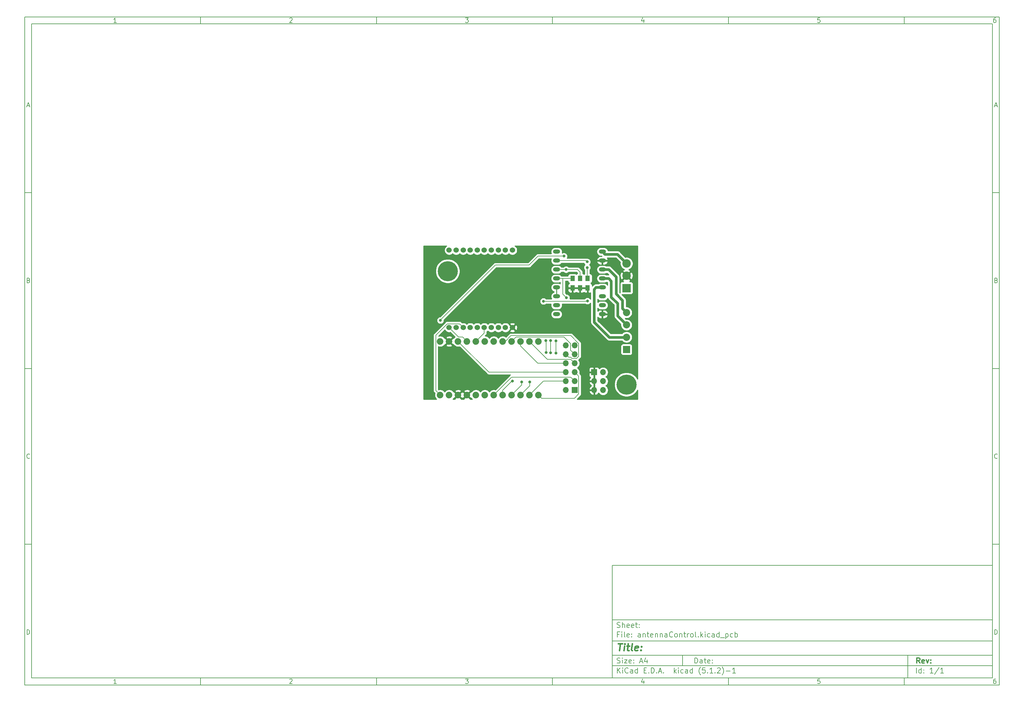
<source format=gbr>
G04 #@! TF.GenerationSoftware,KiCad,Pcbnew,(5.1.2)-1*
G04 #@! TF.CreationDate,2019-05-30T12:40:22+02:00*
G04 #@! TF.ProjectId,antennaControl,616e7465-6e6e-4614-936f-6e74726f6c2e,rev?*
G04 #@! TF.SameCoordinates,Original*
G04 #@! TF.FileFunction,Copper,L1,Top*
G04 #@! TF.FilePolarity,Positive*
%FSLAX46Y46*%
G04 Gerber Fmt 4.6, Leading zero omitted, Abs format (unit mm)*
G04 Created by KiCad (PCBNEW (5.1.2)-1) date 2019-05-30 12:40:22*
%MOMM*%
%LPD*%
G04 APERTURE LIST*
%ADD10C,0.100000*%
%ADD11C,0.150000*%
%ADD12C,0.300000*%
%ADD13C,0.400000*%
%ADD14C,5.700000*%
%ADD15C,1.524000*%
%ADD16C,1.879600*%
%ADD17R,2.413000X2.413000*%
%ADD18C,2.413000*%
%ADD19O,2.000000X1.200000*%
%ADD20R,1.700000X1.700000*%
%ADD21O,1.700000X1.700000*%
%ADD22R,1.300000X1.500000*%
%ADD23R,2.032000X2.032000*%
%ADD24C,2.032000*%
%ADD25C,0.800000*%
%ADD26C,0.200000*%
%ADD27C,0.250000*%
%ADD28C,0.800000*%
%ADD29C,0.254000*%
G04 APERTURE END LIST*
D10*
D11*
X177002200Y-166007200D02*
X177002200Y-198007200D01*
X285002200Y-198007200D01*
X285002200Y-166007200D01*
X177002200Y-166007200D01*
D10*
D11*
X10000000Y-10000000D02*
X10000000Y-200007200D01*
X287002200Y-200007200D01*
X287002200Y-10000000D01*
X10000000Y-10000000D01*
D10*
D11*
X12000000Y-12000000D02*
X12000000Y-198007200D01*
X285002200Y-198007200D01*
X285002200Y-12000000D01*
X12000000Y-12000000D01*
D10*
D11*
X60000000Y-12000000D02*
X60000000Y-10000000D01*
D10*
D11*
X110000000Y-12000000D02*
X110000000Y-10000000D01*
D10*
D11*
X160000000Y-12000000D02*
X160000000Y-10000000D01*
D10*
D11*
X210000000Y-12000000D02*
X210000000Y-10000000D01*
D10*
D11*
X260000000Y-12000000D02*
X260000000Y-10000000D01*
D10*
D11*
X36065476Y-11588095D02*
X35322619Y-11588095D01*
X35694047Y-11588095D02*
X35694047Y-10288095D01*
X35570238Y-10473809D01*
X35446428Y-10597619D01*
X35322619Y-10659523D01*
D10*
D11*
X85322619Y-10411904D02*
X85384523Y-10350000D01*
X85508333Y-10288095D01*
X85817857Y-10288095D01*
X85941666Y-10350000D01*
X86003571Y-10411904D01*
X86065476Y-10535714D01*
X86065476Y-10659523D01*
X86003571Y-10845238D01*
X85260714Y-11588095D01*
X86065476Y-11588095D01*
D10*
D11*
X135260714Y-10288095D02*
X136065476Y-10288095D01*
X135632142Y-10783333D01*
X135817857Y-10783333D01*
X135941666Y-10845238D01*
X136003571Y-10907142D01*
X136065476Y-11030952D01*
X136065476Y-11340476D01*
X136003571Y-11464285D01*
X135941666Y-11526190D01*
X135817857Y-11588095D01*
X135446428Y-11588095D01*
X135322619Y-11526190D01*
X135260714Y-11464285D01*
D10*
D11*
X185941666Y-10721428D02*
X185941666Y-11588095D01*
X185632142Y-10226190D02*
X185322619Y-11154761D01*
X186127380Y-11154761D01*
D10*
D11*
X236003571Y-10288095D02*
X235384523Y-10288095D01*
X235322619Y-10907142D01*
X235384523Y-10845238D01*
X235508333Y-10783333D01*
X235817857Y-10783333D01*
X235941666Y-10845238D01*
X236003571Y-10907142D01*
X236065476Y-11030952D01*
X236065476Y-11340476D01*
X236003571Y-11464285D01*
X235941666Y-11526190D01*
X235817857Y-11588095D01*
X235508333Y-11588095D01*
X235384523Y-11526190D01*
X235322619Y-11464285D01*
D10*
D11*
X285941666Y-10288095D02*
X285694047Y-10288095D01*
X285570238Y-10350000D01*
X285508333Y-10411904D01*
X285384523Y-10597619D01*
X285322619Y-10845238D01*
X285322619Y-11340476D01*
X285384523Y-11464285D01*
X285446428Y-11526190D01*
X285570238Y-11588095D01*
X285817857Y-11588095D01*
X285941666Y-11526190D01*
X286003571Y-11464285D01*
X286065476Y-11340476D01*
X286065476Y-11030952D01*
X286003571Y-10907142D01*
X285941666Y-10845238D01*
X285817857Y-10783333D01*
X285570238Y-10783333D01*
X285446428Y-10845238D01*
X285384523Y-10907142D01*
X285322619Y-11030952D01*
D10*
D11*
X60000000Y-198007200D02*
X60000000Y-200007200D01*
D10*
D11*
X110000000Y-198007200D02*
X110000000Y-200007200D01*
D10*
D11*
X160000000Y-198007200D02*
X160000000Y-200007200D01*
D10*
D11*
X210000000Y-198007200D02*
X210000000Y-200007200D01*
D10*
D11*
X260000000Y-198007200D02*
X260000000Y-200007200D01*
D10*
D11*
X36065476Y-199595295D02*
X35322619Y-199595295D01*
X35694047Y-199595295D02*
X35694047Y-198295295D01*
X35570238Y-198481009D01*
X35446428Y-198604819D01*
X35322619Y-198666723D01*
D10*
D11*
X85322619Y-198419104D02*
X85384523Y-198357200D01*
X85508333Y-198295295D01*
X85817857Y-198295295D01*
X85941666Y-198357200D01*
X86003571Y-198419104D01*
X86065476Y-198542914D01*
X86065476Y-198666723D01*
X86003571Y-198852438D01*
X85260714Y-199595295D01*
X86065476Y-199595295D01*
D10*
D11*
X135260714Y-198295295D02*
X136065476Y-198295295D01*
X135632142Y-198790533D01*
X135817857Y-198790533D01*
X135941666Y-198852438D01*
X136003571Y-198914342D01*
X136065476Y-199038152D01*
X136065476Y-199347676D01*
X136003571Y-199471485D01*
X135941666Y-199533390D01*
X135817857Y-199595295D01*
X135446428Y-199595295D01*
X135322619Y-199533390D01*
X135260714Y-199471485D01*
D10*
D11*
X185941666Y-198728628D02*
X185941666Y-199595295D01*
X185632142Y-198233390D02*
X185322619Y-199161961D01*
X186127380Y-199161961D01*
D10*
D11*
X236003571Y-198295295D02*
X235384523Y-198295295D01*
X235322619Y-198914342D01*
X235384523Y-198852438D01*
X235508333Y-198790533D01*
X235817857Y-198790533D01*
X235941666Y-198852438D01*
X236003571Y-198914342D01*
X236065476Y-199038152D01*
X236065476Y-199347676D01*
X236003571Y-199471485D01*
X235941666Y-199533390D01*
X235817857Y-199595295D01*
X235508333Y-199595295D01*
X235384523Y-199533390D01*
X235322619Y-199471485D01*
D10*
D11*
X285941666Y-198295295D02*
X285694047Y-198295295D01*
X285570238Y-198357200D01*
X285508333Y-198419104D01*
X285384523Y-198604819D01*
X285322619Y-198852438D01*
X285322619Y-199347676D01*
X285384523Y-199471485D01*
X285446428Y-199533390D01*
X285570238Y-199595295D01*
X285817857Y-199595295D01*
X285941666Y-199533390D01*
X286003571Y-199471485D01*
X286065476Y-199347676D01*
X286065476Y-199038152D01*
X286003571Y-198914342D01*
X285941666Y-198852438D01*
X285817857Y-198790533D01*
X285570238Y-198790533D01*
X285446428Y-198852438D01*
X285384523Y-198914342D01*
X285322619Y-199038152D01*
D10*
D11*
X10000000Y-60000000D02*
X12000000Y-60000000D01*
D10*
D11*
X10000000Y-110000000D02*
X12000000Y-110000000D01*
D10*
D11*
X10000000Y-160000000D02*
X12000000Y-160000000D01*
D10*
D11*
X10690476Y-35216666D02*
X11309523Y-35216666D01*
X10566666Y-35588095D02*
X11000000Y-34288095D01*
X11433333Y-35588095D01*
D10*
D11*
X11092857Y-84907142D02*
X11278571Y-84969047D01*
X11340476Y-85030952D01*
X11402380Y-85154761D01*
X11402380Y-85340476D01*
X11340476Y-85464285D01*
X11278571Y-85526190D01*
X11154761Y-85588095D01*
X10659523Y-85588095D01*
X10659523Y-84288095D01*
X11092857Y-84288095D01*
X11216666Y-84350000D01*
X11278571Y-84411904D01*
X11340476Y-84535714D01*
X11340476Y-84659523D01*
X11278571Y-84783333D01*
X11216666Y-84845238D01*
X11092857Y-84907142D01*
X10659523Y-84907142D01*
D10*
D11*
X11402380Y-135464285D02*
X11340476Y-135526190D01*
X11154761Y-135588095D01*
X11030952Y-135588095D01*
X10845238Y-135526190D01*
X10721428Y-135402380D01*
X10659523Y-135278571D01*
X10597619Y-135030952D01*
X10597619Y-134845238D01*
X10659523Y-134597619D01*
X10721428Y-134473809D01*
X10845238Y-134350000D01*
X11030952Y-134288095D01*
X11154761Y-134288095D01*
X11340476Y-134350000D01*
X11402380Y-134411904D01*
D10*
D11*
X10659523Y-185588095D02*
X10659523Y-184288095D01*
X10969047Y-184288095D01*
X11154761Y-184350000D01*
X11278571Y-184473809D01*
X11340476Y-184597619D01*
X11402380Y-184845238D01*
X11402380Y-185030952D01*
X11340476Y-185278571D01*
X11278571Y-185402380D01*
X11154761Y-185526190D01*
X10969047Y-185588095D01*
X10659523Y-185588095D01*
D10*
D11*
X287002200Y-60000000D02*
X285002200Y-60000000D01*
D10*
D11*
X287002200Y-110000000D02*
X285002200Y-110000000D01*
D10*
D11*
X287002200Y-160000000D02*
X285002200Y-160000000D01*
D10*
D11*
X285692676Y-35216666D02*
X286311723Y-35216666D01*
X285568866Y-35588095D02*
X286002200Y-34288095D01*
X286435533Y-35588095D01*
D10*
D11*
X286095057Y-84907142D02*
X286280771Y-84969047D01*
X286342676Y-85030952D01*
X286404580Y-85154761D01*
X286404580Y-85340476D01*
X286342676Y-85464285D01*
X286280771Y-85526190D01*
X286156961Y-85588095D01*
X285661723Y-85588095D01*
X285661723Y-84288095D01*
X286095057Y-84288095D01*
X286218866Y-84350000D01*
X286280771Y-84411904D01*
X286342676Y-84535714D01*
X286342676Y-84659523D01*
X286280771Y-84783333D01*
X286218866Y-84845238D01*
X286095057Y-84907142D01*
X285661723Y-84907142D01*
D10*
D11*
X286404580Y-135464285D02*
X286342676Y-135526190D01*
X286156961Y-135588095D01*
X286033152Y-135588095D01*
X285847438Y-135526190D01*
X285723628Y-135402380D01*
X285661723Y-135278571D01*
X285599819Y-135030952D01*
X285599819Y-134845238D01*
X285661723Y-134597619D01*
X285723628Y-134473809D01*
X285847438Y-134350000D01*
X286033152Y-134288095D01*
X286156961Y-134288095D01*
X286342676Y-134350000D01*
X286404580Y-134411904D01*
D10*
D11*
X285661723Y-185588095D02*
X285661723Y-184288095D01*
X285971247Y-184288095D01*
X286156961Y-184350000D01*
X286280771Y-184473809D01*
X286342676Y-184597619D01*
X286404580Y-184845238D01*
X286404580Y-185030952D01*
X286342676Y-185278571D01*
X286280771Y-185402380D01*
X286156961Y-185526190D01*
X285971247Y-185588095D01*
X285661723Y-185588095D01*
D10*
D11*
X200434342Y-193785771D02*
X200434342Y-192285771D01*
X200791485Y-192285771D01*
X201005771Y-192357200D01*
X201148628Y-192500057D01*
X201220057Y-192642914D01*
X201291485Y-192928628D01*
X201291485Y-193142914D01*
X201220057Y-193428628D01*
X201148628Y-193571485D01*
X201005771Y-193714342D01*
X200791485Y-193785771D01*
X200434342Y-193785771D01*
X202577200Y-193785771D02*
X202577200Y-193000057D01*
X202505771Y-192857200D01*
X202362914Y-192785771D01*
X202077200Y-192785771D01*
X201934342Y-192857200D01*
X202577200Y-193714342D02*
X202434342Y-193785771D01*
X202077200Y-193785771D01*
X201934342Y-193714342D01*
X201862914Y-193571485D01*
X201862914Y-193428628D01*
X201934342Y-193285771D01*
X202077200Y-193214342D01*
X202434342Y-193214342D01*
X202577200Y-193142914D01*
X203077200Y-192785771D02*
X203648628Y-192785771D01*
X203291485Y-192285771D02*
X203291485Y-193571485D01*
X203362914Y-193714342D01*
X203505771Y-193785771D01*
X203648628Y-193785771D01*
X204720057Y-193714342D02*
X204577200Y-193785771D01*
X204291485Y-193785771D01*
X204148628Y-193714342D01*
X204077200Y-193571485D01*
X204077200Y-193000057D01*
X204148628Y-192857200D01*
X204291485Y-192785771D01*
X204577200Y-192785771D01*
X204720057Y-192857200D01*
X204791485Y-193000057D01*
X204791485Y-193142914D01*
X204077200Y-193285771D01*
X205434342Y-193642914D02*
X205505771Y-193714342D01*
X205434342Y-193785771D01*
X205362914Y-193714342D01*
X205434342Y-193642914D01*
X205434342Y-193785771D01*
X205434342Y-192857200D02*
X205505771Y-192928628D01*
X205434342Y-193000057D01*
X205362914Y-192928628D01*
X205434342Y-192857200D01*
X205434342Y-193000057D01*
D10*
D11*
X177002200Y-194507200D02*
X285002200Y-194507200D01*
D10*
D11*
X178434342Y-196585771D02*
X178434342Y-195085771D01*
X179291485Y-196585771D02*
X178648628Y-195728628D01*
X179291485Y-195085771D02*
X178434342Y-195942914D01*
X179934342Y-196585771D02*
X179934342Y-195585771D01*
X179934342Y-195085771D02*
X179862914Y-195157200D01*
X179934342Y-195228628D01*
X180005771Y-195157200D01*
X179934342Y-195085771D01*
X179934342Y-195228628D01*
X181505771Y-196442914D02*
X181434342Y-196514342D01*
X181220057Y-196585771D01*
X181077200Y-196585771D01*
X180862914Y-196514342D01*
X180720057Y-196371485D01*
X180648628Y-196228628D01*
X180577200Y-195942914D01*
X180577200Y-195728628D01*
X180648628Y-195442914D01*
X180720057Y-195300057D01*
X180862914Y-195157200D01*
X181077200Y-195085771D01*
X181220057Y-195085771D01*
X181434342Y-195157200D01*
X181505771Y-195228628D01*
X182791485Y-196585771D02*
X182791485Y-195800057D01*
X182720057Y-195657200D01*
X182577200Y-195585771D01*
X182291485Y-195585771D01*
X182148628Y-195657200D01*
X182791485Y-196514342D02*
X182648628Y-196585771D01*
X182291485Y-196585771D01*
X182148628Y-196514342D01*
X182077200Y-196371485D01*
X182077200Y-196228628D01*
X182148628Y-196085771D01*
X182291485Y-196014342D01*
X182648628Y-196014342D01*
X182791485Y-195942914D01*
X184148628Y-196585771D02*
X184148628Y-195085771D01*
X184148628Y-196514342D02*
X184005771Y-196585771D01*
X183720057Y-196585771D01*
X183577200Y-196514342D01*
X183505771Y-196442914D01*
X183434342Y-196300057D01*
X183434342Y-195871485D01*
X183505771Y-195728628D01*
X183577200Y-195657200D01*
X183720057Y-195585771D01*
X184005771Y-195585771D01*
X184148628Y-195657200D01*
X186005771Y-195800057D02*
X186505771Y-195800057D01*
X186720057Y-196585771D02*
X186005771Y-196585771D01*
X186005771Y-195085771D01*
X186720057Y-195085771D01*
X187362914Y-196442914D02*
X187434342Y-196514342D01*
X187362914Y-196585771D01*
X187291485Y-196514342D01*
X187362914Y-196442914D01*
X187362914Y-196585771D01*
X188077200Y-196585771D02*
X188077200Y-195085771D01*
X188434342Y-195085771D01*
X188648628Y-195157200D01*
X188791485Y-195300057D01*
X188862914Y-195442914D01*
X188934342Y-195728628D01*
X188934342Y-195942914D01*
X188862914Y-196228628D01*
X188791485Y-196371485D01*
X188648628Y-196514342D01*
X188434342Y-196585771D01*
X188077200Y-196585771D01*
X189577200Y-196442914D02*
X189648628Y-196514342D01*
X189577200Y-196585771D01*
X189505771Y-196514342D01*
X189577200Y-196442914D01*
X189577200Y-196585771D01*
X190220057Y-196157200D02*
X190934342Y-196157200D01*
X190077200Y-196585771D02*
X190577200Y-195085771D01*
X191077200Y-196585771D01*
X191577200Y-196442914D02*
X191648628Y-196514342D01*
X191577200Y-196585771D01*
X191505771Y-196514342D01*
X191577200Y-196442914D01*
X191577200Y-196585771D01*
X194577200Y-196585771D02*
X194577200Y-195085771D01*
X194720057Y-196014342D02*
X195148628Y-196585771D01*
X195148628Y-195585771D02*
X194577200Y-196157200D01*
X195791485Y-196585771D02*
X195791485Y-195585771D01*
X195791485Y-195085771D02*
X195720057Y-195157200D01*
X195791485Y-195228628D01*
X195862914Y-195157200D01*
X195791485Y-195085771D01*
X195791485Y-195228628D01*
X197148628Y-196514342D02*
X197005771Y-196585771D01*
X196720057Y-196585771D01*
X196577200Y-196514342D01*
X196505771Y-196442914D01*
X196434342Y-196300057D01*
X196434342Y-195871485D01*
X196505771Y-195728628D01*
X196577200Y-195657200D01*
X196720057Y-195585771D01*
X197005771Y-195585771D01*
X197148628Y-195657200D01*
X198434342Y-196585771D02*
X198434342Y-195800057D01*
X198362914Y-195657200D01*
X198220057Y-195585771D01*
X197934342Y-195585771D01*
X197791485Y-195657200D01*
X198434342Y-196514342D02*
X198291485Y-196585771D01*
X197934342Y-196585771D01*
X197791485Y-196514342D01*
X197720057Y-196371485D01*
X197720057Y-196228628D01*
X197791485Y-196085771D01*
X197934342Y-196014342D01*
X198291485Y-196014342D01*
X198434342Y-195942914D01*
X199791485Y-196585771D02*
X199791485Y-195085771D01*
X199791485Y-196514342D02*
X199648628Y-196585771D01*
X199362914Y-196585771D01*
X199220057Y-196514342D01*
X199148628Y-196442914D01*
X199077200Y-196300057D01*
X199077200Y-195871485D01*
X199148628Y-195728628D01*
X199220057Y-195657200D01*
X199362914Y-195585771D01*
X199648628Y-195585771D01*
X199791485Y-195657200D01*
X202077200Y-197157200D02*
X202005771Y-197085771D01*
X201862914Y-196871485D01*
X201791485Y-196728628D01*
X201720057Y-196514342D01*
X201648628Y-196157200D01*
X201648628Y-195871485D01*
X201720057Y-195514342D01*
X201791485Y-195300057D01*
X201862914Y-195157200D01*
X202005771Y-194942914D01*
X202077200Y-194871485D01*
X203362914Y-195085771D02*
X202648628Y-195085771D01*
X202577200Y-195800057D01*
X202648628Y-195728628D01*
X202791485Y-195657200D01*
X203148628Y-195657200D01*
X203291485Y-195728628D01*
X203362914Y-195800057D01*
X203434342Y-195942914D01*
X203434342Y-196300057D01*
X203362914Y-196442914D01*
X203291485Y-196514342D01*
X203148628Y-196585771D01*
X202791485Y-196585771D01*
X202648628Y-196514342D01*
X202577200Y-196442914D01*
X204077200Y-196442914D02*
X204148628Y-196514342D01*
X204077200Y-196585771D01*
X204005771Y-196514342D01*
X204077200Y-196442914D01*
X204077200Y-196585771D01*
X205577200Y-196585771D02*
X204720057Y-196585771D01*
X205148628Y-196585771D02*
X205148628Y-195085771D01*
X205005771Y-195300057D01*
X204862914Y-195442914D01*
X204720057Y-195514342D01*
X206220057Y-196442914D02*
X206291485Y-196514342D01*
X206220057Y-196585771D01*
X206148628Y-196514342D01*
X206220057Y-196442914D01*
X206220057Y-196585771D01*
X206862914Y-195228628D02*
X206934342Y-195157200D01*
X207077200Y-195085771D01*
X207434342Y-195085771D01*
X207577200Y-195157200D01*
X207648628Y-195228628D01*
X207720057Y-195371485D01*
X207720057Y-195514342D01*
X207648628Y-195728628D01*
X206791485Y-196585771D01*
X207720057Y-196585771D01*
X208220057Y-197157200D02*
X208291485Y-197085771D01*
X208434342Y-196871485D01*
X208505771Y-196728628D01*
X208577200Y-196514342D01*
X208648628Y-196157200D01*
X208648628Y-195871485D01*
X208577200Y-195514342D01*
X208505771Y-195300057D01*
X208434342Y-195157200D01*
X208291485Y-194942914D01*
X208220057Y-194871485D01*
X209362914Y-196014342D02*
X210505771Y-196014342D01*
X212005771Y-196585771D02*
X211148628Y-196585771D01*
X211577200Y-196585771D02*
X211577200Y-195085771D01*
X211434342Y-195300057D01*
X211291485Y-195442914D01*
X211148628Y-195514342D01*
D10*
D11*
X177002200Y-191507200D02*
X285002200Y-191507200D01*
D10*
D12*
X264411485Y-193785771D02*
X263911485Y-193071485D01*
X263554342Y-193785771D02*
X263554342Y-192285771D01*
X264125771Y-192285771D01*
X264268628Y-192357200D01*
X264340057Y-192428628D01*
X264411485Y-192571485D01*
X264411485Y-192785771D01*
X264340057Y-192928628D01*
X264268628Y-193000057D01*
X264125771Y-193071485D01*
X263554342Y-193071485D01*
X265625771Y-193714342D02*
X265482914Y-193785771D01*
X265197200Y-193785771D01*
X265054342Y-193714342D01*
X264982914Y-193571485D01*
X264982914Y-193000057D01*
X265054342Y-192857200D01*
X265197200Y-192785771D01*
X265482914Y-192785771D01*
X265625771Y-192857200D01*
X265697200Y-193000057D01*
X265697200Y-193142914D01*
X264982914Y-193285771D01*
X266197200Y-192785771D02*
X266554342Y-193785771D01*
X266911485Y-192785771D01*
X267482914Y-193642914D02*
X267554342Y-193714342D01*
X267482914Y-193785771D01*
X267411485Y-193714342D01*
X267482914Y-193642914D01*
X267482914Y-193785771D01*
X267482914Y-192857200D02*
X267554342Y-192928628D01*
X267482914Y-193000057D01*
X267411485Y-192928628D01*
X267482914Y-192857200D01*
X267482914Y-193000057D01*
D10*
D11*
X178362914Y-193714342D02*
X178577200Y-193785771D01*
X178934342Y-193785771D01*
X179077200Y-193714342D01*
X179148628Y-193642914D01*
X179220057Y-193500057D01*
X179220057Y-193357200D01*
X179148628Y-193214342D01*
X179077200Y-193142914D01*
X178934342Y-193071485D01*
X178648628Y-193000057D01*
X178505771Y-192928628D01*
X178434342Y-192857200D01*
X178362914Y-192714342D01*
X178362914Y-192571485D01*
X178434342Y-192428628D01*
X178505771Y-192357200D01*
X178648628Y-192285771D01*
X179005771Y-192285771D01*
X179220057Y-192357200D01*
X179862914Y-193785771D02*
X179862914Y-192785771D01*
X179862914Y-192285771D02*
X179791485Y-192357200D01*
X179862914Y-192428628D01*
X179934342Y-192357200D01*
X179862914Y-192285771D01*
X179862914Y-192428628D01*
X180434342Y-192785771D02*
X181220057Y-192785771D01*
X180434342Y-193785771D01*
X181220057Y-193785771D01*
X182362914Y-193714342D02*
X182220057Y-193785771D01*
X181934342Y-193785771D01*
X181791485Y-193714342D01*
X181720057Y-193571485D01*
X181720057Y-193000057D01*
X181791485Y-192857200D01*
X181934342Y-192785771D01*
X182220057Y-192785771D01*
X182362914Y-192857200D01*
X182434342Y-193000057D01*
X182434342Y-193142914D01*
X181720057Y-193285771D01*
X183077200Y-193642914D02*
X183148628Y-193714342D01*
X183077200Y-193785771D01*
X183005771Y-193714342D01*
X183077200Y-193642914D01*
X183077200Y-193785771D01*
X183077200Y-192857200D02*
X183148628Y-192928628D01*
X183077200Y-193000057D01*
X183005771Y-192928628D01*
X183077200Y-192857200D01*
X183077200Y-193000057D01*
X184862914Y-193357200D02*
X185577200Y-193357200D01*
X184720057Y-193785771D02*
X185220057Y-192285771D01*
X185720057Y-193785771D01*
X186862914Y-192785771D02*
X186862914Y-193785771D01*
X186505771Y-192214342D02*
X186148628Y-193285771D01*
X187077200Y-193285771D01*
D10*
D11*
X263434342Y-196585771D02*
X263434342Y-195085771D01*
X264791485Y-196585771D02*
X264791485Y-195085771D01*
X264791485Y-196514342D02*
X264648628Y-196585771D01*
X264362914Y-196585771D01*
X264220057Y-196514342D01*
X264148628Y-196442914D01*
X264077200Y-196300057D01*
X264077200Y-195871485D01*
X264148628Y-195728628D01*
X264220057Y-195657200D01*
X264362914Y-195585771D01*
X264648628Y-195585771D01*
X264791485Y-195657200D01*
X265505771Y-196442914D02*
X265577200Y-196514342D01*
X265505771Y-196585771D01*
X265434342Y-196514342D01*
X265505771Y-196442914D01*
X265505771Y-196585771D01*
X265505771Y-195657200D02*
X265577200Y-195728628D01*
X265505771Y-195800057D01*
X265434342Y-195728628D01*
X265505771Y-195657200D01*
X265505771Y-195800057D01*
X268148628Y-196585771D02*
X267291485Y-196585771D01*
X267720057Y-196585771D02*
X267720057Y-195085771D01*
X267577200Y-195300057D01*
X267434342Y-195442914D01*
X267291485Y-195514342D01*
X269862914Y-195014342D02*
X268577200Y-196942914D01*
X271148628Y-196585771D02*
X270291485Y-196585771D01*
X270720057Y-196585771D02*
X270720057Y-195085771D01*
X270577200Y-195300057D01*
X270434342Y-195442914D01*
X270291485Y-195514342D01*
D10*
D11*
X177002200Y-187507200D02*
X285002200Y-187507200D01*
D10*
D13*
X178714580Y-188211961D02*
X179857438Y-188211961D01*
X179036009Y-190211961D02*
X179286009Y-188211961D01*
X180274104Y-190211961D02*
X180440771Y-188878628D01*
X180524104Y-188211961D02*
X180416961Y-188307200D01*
X180500295Y-188402438D01*
X180607438Y-188307200D01*
X180524104Y-188211961D01*
X180500295Y-188402438D01*
X181107438Y-188878628D02*
X181869342Y-188878628D01*
X181476485Y-188211961D02*
X181262200Y-189926247D01*
X181333628Y-190116723D01*
X181512200Y-190211961D01*
X181702676Y-190211961D01*
X182655057Y-190211961D02*
X182476485Y-190116723D01*
X182405057Y-189926247D01*
X182619342Y-188211961D01*
X184190771Y-190116723D02*
X183988390Y-190211961D01*
X183607438Y-190211961D01*
X183428866Y-190116723D01*
X183357438Y-189926247D01*
X183452676Y-189164342D01*
X183571723Y-188973866D01*
X183774104Y-188878628D01*
X184155057Y-188878628D01*
X184333628Y-188973866D01*
X184405057Y-189164342D01*
X184381247Y-189354819D01*
X183405057Y-189545295D01*
X185155057Y-190021485D02*
X185238390Y-190116723D01*
X185131247Y-190211961D01*
X185047914Y-190116723D01*
X185155057Y-190021485D01*
X185131247Y-190211961D01*
X185286009Y-188973866D02*
X185369342Y-189069104D01*
X185262200Y-189164342D01*
X185178866Y-189069104D01*
X185286009Y-188973866D01*
X185262200Y-189164342D01*
D10*
D11*
X178934342Y-185600057D02*
X178434342Y-185600057D01*
X178434342Y-186385771D02*
X178434342Y-184885771D01*
X179148628Y-184885771D01*
X179720057Y-186385771D02*
X179720057Y-185385771D01*
X179720057Y-184885771D02*
X179648628Y-184957200D01*
X179720057Y-185028628D01*
X179791485Y-184957200D01*
X179720057Y-184885771D01*
X179720057Y-185028628D01*
X180648628Y-186385771D02*
X180505771Y-186314342D01*
X180434342Y-186171485D01*
X180434342Y-184885771D01*
X181791485Y-186314342D02*
X181648628Y-186385771D01*
X181362914Y-186385771D01*
X181220057Y-186314342D01*
X181148628Y-186171485D01*
X181148628Y-185600057D01*
X181220057Y-185457200D01*
X181362914Y-185385771D01*
X181648628Y-185385771D01*
X181791485Y-185457200D01*
X181862914Y-185600057D01*
X181862914Y-185742914D01*
X181148628Y-185885771D01*
X182505771Y-186242914D02*
X182577200Y-186314342D01*
X182505771Y-186385771D01*
X182434342Y-186314342D01*
X182505771Y-186242914D01*
X182505771Y-186385771D01*
X182505771Y-185457200D02*
X182577200Y-185528628D01*
X182505771Y-185600057D01*
X182434342Y-185528628D01*
X182505771Y-185457200D01*
X182505771Y-185600057D01*
X185005771Y-186385771D02*
X185005771Y-185600057D01*
X184934342Y-185457200D01*
X184791485Y-185385771D01*
X184505771Y-185385771D01*
X184362914Y-185457200D01*
X185005771Y-186314342D02*
X184862914Y-186385771D01*
X184505771Y-186385771D01*
X184362914Y-186314342D01*
X184291485Y-186171485D01*
X184291485Y-186028628D01*
X184362914Y-185885771D01*
X184505771Y-185814342D01*
X184862914Y-185814342D01*
X185005771Y-185742914D01*
X185720057Y-185385771D02*
X185720057Y-186385771D01*
X185720057Y-185528628D02*
X185791485Y-185457200D01*
X185934342Y-185385771D01*
X186148628Y-185385771D01*
X186291485Y-185457200D01*
X186362914Y-185600057D01*
X186362914Y-186385771D01*
X186862914Y-185385771D02*
X187434342Y-185385771D01*
X187077200Y-184885771D02*
X187077200Y-186171485D01*
X187148628Y-186314342D01*
X187291485Y-186385771D01*
X187434342Y-186385771D01*
X188505771Y-186314342D02*
X188362914Y-186385771D01*
X188077200Y-186385771D01*
X187934342Y-186314342D01*
X187862914Y-186171485D01*
X187862914Y-185600057D01*
X187934342Y-185457200D01*
X188077200Y-185385771D01*
X188362914Y-185385771D01*
X188505771Y-185457200D01*
X188577200Y-185600057D01*
X188577200Y-185742914D01*
X187862914Y-185885771D01*
X189220057Y-185385771D02*
X189220057Y-186385771D01*
X189220057Y-185528628D02*
X189291485Y-185457200D01*
X189434342Y-185385771D01*
X189648628Y-185385771D01*
X189791485Y-185457200D01*
X189862914Y-185600057D01*
X189862914Y-186385771D01*
X190577200Y-185385771D02*
X190577200Y-186385771D01*
X190577200Y-185528628D02*
X190648628Y-185457200D01*
X190791485Y-185385771D01*
X191005771Y-185385771D01*
X191148628Y-185457200D01*
X191220057Y-185600057D01*
X191220057Y-186385771D01*
X192577200Y-186385771D02*
X192577200Y-185600057D01*
X192505771Y-185457200D01*
X192362914Y-185385771D01*
X192077200Y-185385771D01*
X191934342Y-185457200D01*
X192577200Y-186314342D02*
X192434342Y-186385771D01*
X192077200Y-186385771D01*
X191934342Y-186314342D01*
X191862914Y-186171485D01*
X191862914Y-186028628D01*
X191934342Y-185885771D01*
X192077200Y-185814342D01*
X192434342Y-185814342D01*
X192577200Y-185742914D01*
X194148628Y-186242914D02*
X194077200Y-186314342D01*
X193862914Y-186385771D01*
X193720057Y-186385771D01*
X193505771Y-186314342D01*
X193362914Y-186171485D01*
X193291485Y-186028628D01*
X193220057Y-185742914D01*
X193220057Y-185528628D01*
X193291485Y-185242914D01*
X193362914Y-185100057D01*
X193505771Y-184957200D01*
X193720057Y-184885771D01*
X193862914Y-184885771D01*
X194077200Y-184957200D01*
X194148628Y-185028628D01*
X195005771Y-186385771D02*
X194862914Y-186314342D01*
X194791485Y-186242914D01*
X194720057Y-186100057D01*
X194720057Y-185671485D01*
X194791485Y-185528628D01*
X194862914Y-185457200D01*
X195005771Y-185385771D01*
X195220057Y-185385771D01*
X195362914Y-185457200D01*
X195434342Y-185528628D01*
X195505771Y-185671485D01*
X195505771Y-186100057D01*
X195434342Y-186242914D01*
X195362914Y-186314342D01*
X195220057Y-186385771D01*
X195005771Y-186385771D01*
X196148628Y-185385771D02*
X196148628Y-186385771D01*
X196148628Y-185528628D02*
X196220057Y-185457200D01*
X196362914Y-185385771D01*
X196577200Y-185385771D01*
X196720057Y-185457200D01*
X196791485Y-185600057D01*
X196791485Y-186385771D01*
X197291485Y-185385771D02*
X197862914Y-185385771D01*
X197505771Y-184885771D02*
X197505771Y-186171485D01*
X197577200Y-186314342D01*
X197720057Y-186385771D01*
X197862914Y-186385771D01*
X198362914Y-186385771D02*
X198362914Y-185385771D01*
X198362914Y-185671485D02*
X198434342Y-185528628D01*
X198505771Y-185457200D01*
X198648628Y-185385771D01*
X198791485Y-185385771D01*
X199505771Y-186385771D02*
X199362914Y-186314342D01*
X199291485Y-186242914D01*
X199220057Y-186100057D01*
X199220057Y-185671485D01*
X199291485Y-185528628D01*
X199362914Y-185457200D01*
X199505771Y-185385771D01*
X199720057Y-185385771D01*
X199862914Y-185457200D01*
X199934342Y-185528628D01*
X200005771Y-185671485D01*
X200005771Y-186100057D01*
X199934342Y-186242914D01*
X199862914Y-186314342D01*
X199720057Y-186385771D01*
X199505771Y-186385771D01*
X200862914Y-186385771D02*
X200720057Y-186314342D01*
X200648628Y-186171485D01*
X200648628Y-184885771D01*
X201434342Y-186242914D02*
X201505771Y-186314342D01*
X201434342Y-186385771D01*
X201362914Y-186314342D01*
X201434342Y-186242914D01*
X201434342Y-186385771D01*
X202148628Y-186385771D02*
X202148628Y-184885771D01*
X202291485Y-185814342D02*
X202720057Y-186385771D01*
X202720057Y-185385771D02*
X202148628Y-185957200D01*
X203362914Y-186385771D02*
X203362914Y-185385771D01*
X203362914Y-184885771D02*
X203291485Y-184957200D01*
X203362914Y-185028628D01*
X203434342Y-184957200D01*
X203362914Y-184885771D01*
X203362914Y-185028628D01*
X204720057Y-186314342D02*
X204577200Y-186385771D01*
X204291485Y-186385771D01*
X204148628Y-186314342D01*
X204077200Y-186242914D01*
X204005771Y-186100057D01*
X204005771Y-185671485D01*
X204077200Y-185528628D01*
X204148628Y-185457200D01*
X204291485Y-185385771D01*
X204577200Y-185385771D01*
X204720057Y-185457200D01*
X206005771Y-186385771D02*
X206005771Y-185600057D01*
X205934342Y-185457200D01*
X205791485Y-185385771D01*
X205505771Y-185385771D01*
X205362914Y-185457200D01*
X206005771Y-186314342D02*
X205862914Y-186385771D01*
X205505771Y-186385771D01*
X205362914Y-186314342D01*
X205291485Y-186171485D01*
X205291485Y-186028628D01*
X205362914Y-185885771D01*
X205505771Y-185814342D01*
X205862914Y-185814342D01*
X206005771Y-185742914D01*
X207362914Y-186385771D02*
X207362914Y-184885771D01*
X207362914Y-186314342D02*
X207220057Y-186385771D01*
X206934342Y-186385771D01*
X206791485Y-186314342D01*
X206720057Y-186242914D01*
X206648628Y-186100057D01*
X206648628Y-185671485D01*
X206720057Y-185528628D01*
X206791485Y-185457200D01*
X206934342Y-185385771D01*
X207220057Y-185385771D01*
X207362914Y-185457200D01*
X207720057Y-186528628D02*
X208862914Y-186528628D01*
X209220057Y-185385771D02*
X209220057Y-186885771D01*
X209220057Y-185457200D02*
X209362914Y-185385771D01*
X209648628Y-185385771D01*
X209791485Y-185457200D01*
X209862914Y-185528628D01*
X209934342Y-185671485D01*
X209934342Y-186100057D01*
X209862914Y-186242914D01*
X209791485Y-186314342D01*
X209648628Y-186385771D01*
X209362914Y-186385771D01*
X209220057Y-186314342D01*
X211220057Y-186314342D02*
X211077200Y-186385771D01*
X210791485Y-186385771D01*
X210648628Y-186314342D01*
X210577200Y-186242914D01*
X210505771Y-186100057D01*
X210505771Y-185671485D01*
X210577200Y-185528628D01*
X210648628Y-185457200D01*
X210791485Y-185385771D01*
X211077200Y-185385771D01*
X211220057Y-185457200D01*
X211862914Y-186385771D02*
X211862914Y-184885771D01*
X211862914Y-185457200D02*
X212005771Y-185385771D01*
X212291485Y-185385771D01*
X212434342Y-185457200D01*
X212505771Y-185528628D01*
X212577200Y-185671485D01*
X212577200Y-186100057D01*
X212505771Y-186242914D01*
X212434342Y-186314342D01*
X212291485Y-186385771D01*
X212005771Y-186385771D01*
X211862914Y-186314342D01*
D10*
D11*
X177002200Y-181507200D02*
X285002200Y-181507200D01*
D10*
D11*
X178362914Y-183614342D02*
X178577200Y-183685771D01*
X178934342Y-183685771D01*
X179077200Y-183614342D01*
X179148628Y-183542914D01*
X179220057Y-183400057D01*
X179220057Y-183257200D01*
X179148628Y-183114342D01*
X179077200Y-183042914D01*
X178934342Y-182971485D01*
X178648628Y-182900057D01*
X178505771Y-182828628D01*
X178434342Y-182757200D01*
X178362914Y-182614342D01*
X178362914Y-182471485D01*
X178434342Y-182328628D01*
X178505771Y-182257200D01*
X178648628Y-182185771D01*
X179005771Y-182185771D01*
X179220057Y-182257200D01*
X179862914Y-183685771D02*
X179862914Y-182185771D01*
X180505771Y-183685771D02*
X180505771Y-182900057D01*
X180434342Y-182757200D01*
X180291485Y-182685771D01*
X180077200Y-182685771D01*
X179934342Y-182757200D01*
X179862914Y-182828628D01*
X181791485Y-183614342D02*
X181648628Y-183685771D01*
X181362914Y-183685771D01*
X181220057Y-183614342D01*
X181148628Y-183471485D01*
X181148628Y-182900057D01*
X181220057Y-182757200D01*
X181362914Y-182685771D01*
X181648628Y-182685771D01*
X181791485Y-182757200D01*
X181862914Y-182900057D01*
X181862914Y-183042914D01*
X181148628Y-183185771D01*
X183077200Y-183614342D02*
X182934342Y-183685771D01*
X182648628Y-183685771D01*
X182505771Y-183614342D01*
X182434342Y-183471485D01*
X182434342Y-182900057D01*
X182505771Y-182757200D01*
X182648628Y-182685771D01*
X182934342Y-182685771D01*
X183077200Y-182757200D01*
X183148628Y-182900057D01*
X183148628Y-183042914D01*
X182434342Y-183185771D01*
X183577200Y-182685771D02*
X184148628Y-182685771D01*
X183791485Y-182185771D02*
X183791485Y-183471485D01*
X183862914Y-183614342D01*
X184005771Y-183685771D01*
X184148628Y-183685771D01*
X184648628Y-183542914D02*
X184720057Y-183614342D01*
X184648628Y-183685771D01*
X184577200Y-183614342D01*
X184648628Y-183542914D01*
X184648628Y-183685771D01*
X184648628Y-182757200D02*
X184720057Y-182828628D01*
X184648628Y-182900057D01*
X184577200Y-182828628D01*
X184648628Y-182757200D01*
X184648628Y-182900057D01*
D10*
D11*
X197002200Y-191507200D02*
X197002200Y-194507200D01*
D10*
D11*
X261002200Y-191507200D02*
X261002200Y-198007200D01*
D14*
X181038500Y-114554000D03*
X130238500Y-82296000D03*
D15*
X130619500Y-98333560D03*
X132621020Y-98333560D03*
X134620000Y-98333560D03*
X136621520Y-98333560D03*
X138620500Y-98333560D03*
X140619480Y-98333560D03*
X142621000Y-98333560D03*
X144619980Y-98333560D03*
X146621500Y-98333560D03*
X148620480Y-98333560D03*
X148620480Y-76337160D03*
X146621500Y-76337160D03*
X144619980Y-76337160D03*
X142621000Y-76337160D03*
X140619480Y-76337160D03*
X138620500Y-76337160D03*
X136621520Y-76337160D03*
X134620000Y-76337160D03*
X132621020Y-76337160D03*
X130619500Y-76337160D03*
D16*
X128079500Y-117518180D03*
X130619500Y-117518180D03*
X133159500Y-117518180D03*
X135699500Y-117518180D03*
X138239500Y-117518180D03*
X140779500Y-117518180D03*
X143319500Y-117518180D03*
X145859500Y-117518180D03*
X148399500Y-117518180D03*
X150939500Y-117518180D03*
X153479500Y-117518180D03*
X156019500Y-117518180D03*
X156019500Y-102278180D03*
X153479500Y-102278180D03*
X150939500Y-102278180D03*
X148399500Y-102278180D03*
X145859500Y-102278180D03*
X143319500Y-102278180D03*
X140779500Y-102278180D03*
X138239500Y-102278180D03*
X135699500Y-102278180D03*
X133159500Y-102278180D03*
X130619500Y-102278180D03*
X128079500Y-102278180D03*
D17*
X181038500Y-87122000D03*
D18*
X181038500Y-83624420D03*
X181038500Y-80124300D03*
D19*
X161157780Y-94543880D03*
X174157780Y-94543880D03*
X161157780Y-92003880D03*
X174157780Y-92003880D03*
X161157780Y-89463880D03*
X174157780Y-89463880D03*
X161157780Y-86923880D03*
X174157780Y-86923880D03*
X161157780Y-84383880D03*
X174157780Y-84383880D03*
X161157780Y-81843880D03*
X174157780Y-81843880D03*
X161157780Y-79303880D03*
X174157780Y-79303880D03*
X161157780Y-76763880D03*
X174157780Y-76763880D03*
D20*
X171831000Y-111061500D03*
D21*
X174371000Y-111061500D03*
X171831000Y-113601500D03*
X174371000Y-113601500D03*
X171831000Y-116141500D03*
X174371000Y-116141500D03*
D22*
X165684200Y-84382620D03*
X165684200Y-87082620D03*
X167838120Y-84380080D03*
X167838120Y-87080080D03*
X169994580Y-84383900D03*
X169994580Y-87083900D03*
D21*
X163758880Y-103431340D03*
X166298880Y-103431340D03*
X163758880Y-105971340D03*
X166298880Y-105971340D03*
X163758880Y-108511340D03*
X166298880Y-108511340D03*
X163758880Y-111051340D03*
X166298880Y-111051340D03*
X163758880Y-113591340D03*
X166298880Y-113591340D03*
X163758880Y-116131340D03*
D20*
X166298880Y-116131340D03*
D23*
X181038500Y-104584500D03*
D24*
X181038500Y-101086920D03*
X181038500Y-97586800D03*
X181038500Y-94086680D03*
D25*
X153555700Y-113842800D03*
X161008060Y-105618280D03*
X161008060Y-102171500D03*
X167830500Y-89154000D03*
X167757880Y-92011500D03*
X151267160Y-113797080D03*
X159423100Y-105529380D03*
X159423100Y-102080060D03*
X157432780Y-90891360D03*
X169920920Y-90805000D03*
X163964620Y-89870280D03*
X163863020Y-81843880D03*
X169862500Y-79654400D03*
X169862500Y-81280000D03*
X148663660Y-113601500D03*
X158165800Y-105478580D03*
X158132780Y-102049580D03*
X130619500Y-117518180D03*
X128143000Y-96311720D03*
X163258500Y-78041500D03*
D26*
X150939500Y-117518180D02*
X153555700Y-114901980D01*
X153555700Y-114901980D02*
X153555700Y-113842800D01*
X161008060Y-105618280D02*
X161008060Y-102171500D01*
D27*
X167838120Y-87080080D02*
X167838120Y-89146380D01*
X167838120Y-89146380D02*
X167830500Y-89154000D01*
X160757780Y-92003880D02*
X161157780Y-92003880D01*
D26*
X148399500Y-117518180D02*
X151267160Y-114650520D01*
X151267160Y-114650520D02*
X151267160Y-113797080D01*
X159423100Y-105529380D02*
X159423100Y-102080060D01*
X131381499Y-99095559D02*
X130619500Y-98333560D01*
X133324319Y-101038379D02*
X131381499Y-99095559D01*
X134459699Y-101038379D02*
X133324319Y-101038379D01*
X135699500Y-102278180D02*
X134459699Y-101038379D01*
X157432780Y-90891360D02*
X169834560Y-90891360D01*
X169834560Y-90891360D02*
X169920920Y-90805000D01*
D27*
X161157780Y-87773880D02*
X161157780Y-89463880D01*
X161157780Y-86923880D02*
X161157780Y-87773880D01*
D28*
X174157780Y-89463880D02*
X174261780Y-89463880D01*
X174157780Y-89463880D02*
X173757780Y-89463880D01*
X174157780Y-86923880D02*
X173757780Y-86923880D01*
X176143920Y-101086920D02*
X181038500Y-101086920D01*
X171831000Y-96774000D02*
X176143920Y-101086920D01*
X171831000Y-87450660D02*
X171831000Y-96774000D01*
X174157780Y-86923880D02*
X172357780Y-86923880D01*
X172357780Y-86923880D02*
X171831000Y-87450660D01*
D27*
X161411780Y-84637880D02*
X161157780Y-84383880D01*
D26*
X165682940Y-84383880D02*
X165684200Y-84382620D01*
X162938460Y-84383880D02*
X162938460Y-88844120D01*
X162938460Y-84383880D02*
X165682940Y-84383880D01*
X161157780Y-84383880D02*
X162938460Y-84383880D01*
X162938460Y-88844120D02*
X163964620Y-89870280D01*
D28*
X174157780Y-84383880D02*
X173757780Y-84383880D01*
X174157780Y-84383880D02*
X174557780Y-84383880D01*
X175957780Y-84383880D02*
X176657000Y-85083100D01*
X174157780Y-84383880D02*
X175957780Y-84383880D01*
X176657000Y-85083100D02*
X176657000Y-89662000D01*
X176657000Y-89662000D02*
X178498500Y-91503500D01*
X178498500Y-95046800D02*
X181038500Y-97586800D01*
X178498500Y-91503500D02*
X178498500Y-95046800D01*
D27*
X160757780Y-81843880D02*
X161157780Y-81843880D01*
D26*
X165401920Y-81843880D02*
X165409540Y-81836260D01*
X165409540Y-81836260D02*
X167119300Y-81836260D01*
X167838120Y-82555080D02*
X167838120Y-84380080D01*
X167119300Y-81836260D02*
X167838120Y-82555080D01*
X163863020Y-81843880D02*
X165401920Y-81843880D01*
X161157780Y-81843880D02*
X163863020Y-81843880D01*
D28*
X174157780Y-81843880D02*
X174557780Y-81843880D01*
X179895500Y-92943680D02*
X181038500Y-94086680D01*
X179895500Y-90614500D02*
X179895500Y-92943680D01*
X178054000Y-88773000D02*
X179895500Y-90614500D01*
X178054000Y-83940100D02*
X178054000Y-88773000D01*
X175957780Y-81843880D02*
X178054000Y-83940100D01*
X174157780Y-81843880D02*
X175957780Y-81843880D01*
D26*
X161157780Y-79303880D02*
X169511980Y-79303880D01*
X169511980Y-79303880D02*
X169862500Y-79654400D01*
X169862500Y-84251820D02*
X169994580Y-84383900D01*
X169862500Y-81335880D02*
X169862500Y-84251820D01*
X145859500Y-116189103D02*
X148447103Y-113601500D01*
X145859500Y-117518180D02*
X145859500Y-116189103D01*
X148447103Y-113601500D02*
X148663660Y-113601500D01*
X158165800Y-105478580D02*
X158165800Y-102082600D01*
X158165800Y-102082600D02*
X158132780Y-102049580D01*
D28*
X174907080Y-77513180D02*
X174157780Y-76763880D01*
X178427380Y-77513180D02*
X181038500Y-80124300D01*
X174907080Y-77513180D02*
X178427380Y-77513180D01*
D26*
X133858001Y-97571561D02*
X134620000Y-98333560D01*
X133557999Y-97271559D02*
X133858001Y-97571561D01*
X130109739Y-97271559D02*
X133557999Y-97271559D01*
X126839699Y-100541599D02*
X130109739Y-97271559D01*
X126839699Y-116278379D02*
X126839699Y-100541599D01*
X128079500Y-117518180D02*
X126839699Y-116278379D01*
X165448881Y-112741341D02*
X166298880Y-113591340D01*
X165148879Y-112441339D02*
X165448881Y-112741341D01*
X148396341Y-112441339D02*
X165148879Y-112441339D01*
X143319500Y-117518180D02*
X148396341Y-112441339D01*
X157406340Y-113591340D02*
X163758880Y-113591340D01*
X153479500Y-117518180D02*
X157406340Y-113591340D01*
X167148879Y-111901339D02*
X166298880Y-111051340D01*
X167448881Y-112201341D02*
X167148879Y-111901339D01*
X167448881Y-117221341D02*
X167448881Y-112201341D01*
X166212243Y-118457979D02*
X167448881Y-117221341D01*
X156959299Y-118457979D02*
X166212243Y-118457979D01*
X156019500Y-117518180D02*
X156959299Y-118457979D01*
X165448881Y-107661341D02*
X166298880Y-108511340D01*
X165148879Y-107361339D02*
X165448881Y-107661341D01*
X158562659Y-107361339D02*
X165148879Y-107361339D01*
X153479500Y-102278180D02*
X158562659Y-107361339D01*
X162556799Y-108511340D02*
X163758880Y-108511340D01*
X155843583Y-108511340D02*
X162556799Y-108511340D01*
X150939500Y-103607257D02*
X155843583Y-108511340D01*
X150939500Y-102278180D02*
X150939500Y-103607257D01*
X165448881Y-105121341D02*
X166298880Y-105971340D01*
X165148879Y-104821339D02*
X165448881Y-105121341D01*
X165148879Y-102879339D02*
X165148879Y-104821339D01*
X163307919Y-101038379D02*
X165148879Y-102879339D01*
X149639301Y-101038379D02*
X163307919Y-101038379D01*
X148399500Y-102278180D02*
X149639301Y-101038379D01*
X165174578Y-106821339D02*
X164608879Y-106821339D01*
X165474580Y-107121341D02*
X165174578Y-106821339D01*
X166850881Y-107121341D02*
X165474580Y-107121341D01*
X164608879Y-106821339D02*
X163758880Y-105971340D01*
X167448881Y-106523341D02*
X166850881Y-107121341D01*
X167448881Y-102879339D02*
X167448881Y-106523341D01*
X148204405Y-100638369D02*
X165207911Y-100638369D01*
X146564594Y-102278180D02*
X148204405Y-100638369D01*
X165207911Y-100638369D02*
X167448881Y-102879339D01*
X145859500Y-102278180D02*
X146564594Y-102278180D01*
X140619480Y-99898200D02*
X140619480Y-98333560D01*
X138239500Y-102278180D02*
X140619480Y-99898200D01*
X141932660Y-111051340D02*
X163758880Y-111051340D01*
X133159500Y-102278180D02*
X141932660Y-111051340D01*
X143771620Y-80578960D02*
X128143000Y-96207580D01*
X128143000Y-96207580D02*
X128143000Y-96311720D01*
X163258500Y-78041500D02*
X155892500Y-78041500D01*
X153355040Y-80578960D02*
X143771620Y-80578960D01*
X155892500Y-78041500D02*
X153355040Y-80578960D01*
D29*
G36*
X129728965Y-75252040D02*
G01*
X129534380Y-75446625D01*
X129381495Y-75675433D01*
X129276186Y-75929670D01*
X129222500Y-76199568D01*
X129222500Y-76474752D01*
X129276186Y-76744650D01*
X129381495Y-76998887D01*
X129534380Y-77227695D01*
X129728965Y-77422280D01*
X129957773Y-77575165D01*
X130212010Y-77680474D01*
X130481908Y-77734160D01*
X130757092Y-77734160D01*
X131026990Y-77680474D01*
X131281227Y-77575165D01*
X131510035Y-77422280D01*
X131620260Y-77312055D01*
X131730485Y-77422280D01*
X131959293Y-77575165D01*
X132213530Y-77680474D01*
X132483428Y-77734160D01*
X132758612Y-77734160D01*
X133028510Y-77680474D01*
X133282747Y-77575165D01*
X133511555Y-77422280D01*
X133620510Y-77313325D01*
X133729465Y-77422280D01*
X133958273Y-77575165D01*
X134212510Y-77680474D01*
X134482408Y-77734160D01*
X134757592Y-77734160D01*
X135027490Y-77680474D01*
X135281727Y-77575165D01*
X135510535Y-77422280D01*
X135620760Y-77312055D01*
X135730985Y-77422280D01*
X135959793Y-77575165D01*
X136214030Y-77680474D01*
X136483928Y-77734160D01*
X136759112Y-77734160D01*
X137029010Y-77680474D01*
X137283247Y-77575165D01*
X137512055Y-77422280D01*
X137621010Y-77313325D01*
X137729965Y-77422280D01*
X137958773Y-77575165D01*
X138213010Y-77680474D01*
X138482908Y-77734160D01*
X138758092Y-77734160D01*
X139027990Y-77680474D01*
X139282227Y-77575165D01*
X139511035Y-77422280D01*
X139619990Y-77313325D01*
X139728945Y-77422280D01*
X139957753Y-77575165D01*
X140211990Y-77680474D01*
X140481888Y-77734160D01*
X140757072Y-77734160D01*
X141026970Y-77680474D01*
X141281207Y-77575165D01*
X141510015Y-77422280D01*
X141620240Y-77312055D01*
X141730465Y-77422280D01*
X141959273Y-77575165D01*
X142213510Y-77680474D01*
X142483408Y-77734160D01*
X142758592Y-77734160D01*
X143028490Y-77680474D01*
X143282727Y-77575165D01*
X143511535Y-77422280D01*
X143620490Y-77313325D01*
X143729445Y-77422280D01*
X143958253Y-77575165D01*
X144212490Y-77680474D01*
X144482388Y-77734160D01*
X144757572Y-77734160D01*
X145027470Y-77680474D01*
X145281707Y-77575165D01*
X145510515Y-77422280D01*
X145620740Y-77312055D01*
X145730965Y-77422280D01*
X145959773Y-77575165D01*
X146214010Y-77680474D01*
X146483908Y-77734160D01*
X146759092Y-77734160D01*
X147028990Y-77680474D01*
X147283227Y-77575165D01*
X147512035Y-77422280D01*
X147620990Y-77313325D01*
X147729945Y-77422280D01*
X147958753Y-77575165D01*
X148212990Y-77680474D01*
X148482888Y-77734160D01*
X148758072Y-77734160D01*
X149027970Y-77680474D01*
X149282207Y-77575165D01*
X149511015Y-77422280D01*
X149705600Y-77227695D01*
X149858485Y-76998887D01*
X149963794Y-76744650D01*
X150017480Y-76474752D01*
X150017480Y-76199568D01*
X149963794Y-75929670D01*
X149858485Y-75675433D01*
X149705600Y-75446625D01*
X149511015Y-75252040D01*
X149293948Y-75107000D01*
X184163500Y-75107000D01*
X184163501Y-112991676D01*
X184126867Y-112903234D01*
X183745476Y-112332442D01*
X183260058Y-111847024D01*
X182689266Y-111465633D01*
X182055037Y-111202927D01*
X181381742Y-111069000D01*
X180695258Y-111069000D01*
X180021963Y-111202927D01*
X179387734Y-111465633D01*
X178816942Y-111847024D01*
X178331524Y-112332442D01*
X177950133Y-112903234D01*
X177687427Y-113537463D01*
X177553500Y-114210758D01*
X177553500Y-114897242D01*
X177687427Y-115570537D01*
X177950133Y-116204766D01*
X178331524Y-116775558D01*
X178816942Y-117260976D01*
X179387734Y-117642367D01*
X180021963Y-117905073D01*
X180695258Y-118039000D01*
X181381742Y-118039000D01*
X182055037Y-117905073D01*
X182689266Y-117642367D01*
X183260058Y-117260976D01*
X183745476Y-116775558D01*
X184126867Y-116204766D01*
X184163501Y-116116324D01*
X184163501Y-118695000D01*
X167014668Y-118695000D01*
X167943078Y-117766591D01*
X167971118Y-117743579D01*
X167994131Y-117715538D01*
X167994134Y-117715535D01*
X168062967Y-117631662D01*
X168062968Y-117631661D01*
X168131218Y-117503974D01*
X168173246Y-117365426D01*
X168183881Y-117257446D01*
X168183881Y-117257437D01*
X168187436Y-117221342D01*
X168183881Y-117185247D01*
X168183881Y-116498390D01*
X170389524Y-116498390D01*
X170434175Y-116645599D01*
X170559359Y-116908420D01*
X170733412Y-117141769D01*
X170949645Y-117336678D01*
X171199748Y-117485657D01*
X171474109Y-117582981D01*
X171704000Y-117462314D01*
X171704000Y-116268500D01*
X170510845Y-116268500D01*
X170389524Y-116498390D01*
X168183881Y-116498390D01*
X168183881Y-113958390D01*
X170389524Y-113958390D01*
X170434175Y-114105599D01*
X170559359Y-114368420D01*
X170733412Y-114601769D01*
X170949645Y-114796678D01*
X171075255Y-114871500D01*
X170949645Y-114946322D01*
X170733412Y-115141231D01*
X170559359Y-115374580D01*
X170434175Y-115637401D01*
X170389524Y-115784610D01*
X170510845Y-116014500D01*
X171704000Y-116014500D01*
X171704000Y-113728500D01*
X170510845Y-113728500D01*
X170389524Y-113958390D01*
X168183881Y-113958390D01*
X168183881Y-112237446D01*
X168187437Y-112201341D01*
X168173246Y-112057256D01*
X168169657Y-112045424D01*
X168131218Y-111918708D01*
X168127366Y-111911500D01*
X170342928Y-111911500D01*
X170355188Y-112035982D01*
X170391498Y-112155680D01*
X170450463Y-112265994D01*
X170529815Y-112362685D01*
X170626506Y-112442037D01*
X170736820Y-112501002D01*
X170817466Y-112525466D01*
X170733412Y-112601231D01*
X170559359Y-112834580D01*
X170434175Y-113097401D01*
X170389524Y-113244610D01*
X170510845Y-113474500D01*
X171704000Y-113474500D01*
X171704000Y-111188500D01*
X170504750Y-111188500D01*
X170346000Y-111347250D01*
X170342928Y-111911500D01*
X168127366Y-111911500D01*
X168062968Y-111791021D01*
X167971119Y-111679103D01*
X167943068Y-111656082D01*
X167731448Y-111444462D01*
X167762393Y-111342451D01*
X167791065Y-111051340D01*
X167762393Y-110760229D01*
X167677479Y-110480306D01*
X167539586Y-110222326D01*
X167530702Y-110211500D01*
X170342928Y-110211500D01*
X170346000Y-110775750D01*
X170504750Y-110934500D01*
X171704000Y-110934500D01*
X171704000Y-109735250D01*
X171958000Y-109735250D01*
X171958000Y-110934500D01*
X171978000Y-110934500D01*
X171978000Y-111188500D01*
X171958000Y-111188500D01*
X171958000Y-113474500D01*
X171978000Y-113474500D01*
X171978000Y-113728500D01*
X171958000Y-113728500D01*
X171958000Y-116014500D01*
X171978000Y-116014500D01*
X171978000Y-116268500D01*
X171958000Y-116268500D01*
X171958000Y-117462314D01*
X172187891Y-117582981D01*
X172462252Y-117485657D01*
X172712355Y-117336678D01*
X172928588Y-117141769D01*
X173099416Y-116912744D01*
X173130294Y-116970514D01*
X173315866Y-117196634D01*
X173541986Y-117382206D01*
X173799966Y-117520099D01*
X174079889Y-117605013D01*
X174298050Y-117626500D01*
X174443950Y-117626500D01*
X174662111Y-117605013D01*
X174942034Y-117520099D01*
X175200014Y-117382206D01*
X175426134Y-117196634D01*
X175611706Y-116970514D01*
X175749599Y-116712534D01*
X175834513Y-116432611D01*
X175863185Y-116141500D01*
X175834513Y-115850389D01*
X175749599Y-115570466D01*
X175611706Y-115312486D01*
X175426134Y-115086366D01*
X175200014Y-114900794D01*
X175145209Y-114871500D01*
X175200014Y-114842206D01*
X175426134Y-114656634D01*
X175611706Y-114430514D01*
X175749599Y-114172534D01*
X175834513Y-113892611D01*
X175863185Y-113601500D01*
X175834513Y-113310389D01*
X175749599Y-113030466D01*
X175611706Y-112772486D01*
X175426134Y-112546366D01*
X175200014Y-112360794D01*
X175145209Y-112331500D01*
X175200014Y-112302206D01*
X175426134Y-112116634D01*
X175611706Y-111890514D01*
X175749599Y-111632534D01*
X175834513Y-111352611D01*
X175863185Y-111061500D01*
X175834513Y-110770389D01*
X175749599Y-110490466D01*
X175611706Y-110232486D01*
X175426134Y-110006366D01*
X175200014Y-109820794D01*
X174942034Y-109682901D01*
X174662111Y-109597987D01*
X174443950Y-109576500D01*
X174298050Y-109576500D01*
X174079889Y-109597987D01*
X173799966Y-109682901D01*
X173541986Y-109820794D01*
X173315866Y-110006366D01*
X173291393Y-110036187D01*
X173270502Y-109967320D01*
X173211537Y-109857006D01*
X173132185Y-109760315D01*
X173035494Y-109680963D01*
X172925180Y-109621998D01*
X172805482Y-109585688D01*
X172681000Y-109573428D01*
X172116750Y-109576500D01*
X171958000Y-109735250D01*
X171704000Y-109735250D01*
X171545250Y-109576500D01*
X170981000Y-109573428D01*
X170856518Y-109585688D01*
X170736820Y-109621998D01*
X170626506Y-109680963D01*
X170529815Y-109760315D01*
X170450463Y-109857006D01*
X170391498Y-109967320D01*
X170355188Y-110087018D01*
X170342928Y-110211500D01*
X167530702Y-110211500D01*
X167354014Y-109996206D01*
X167127894Y-109810634D01*
X167073089Y-109781340D01*
X167127894Y-109752046D01*
X167354014Y-109566474D01*
X167539586Y-109340354D01*
X167677479Y-109082374D01*
X167762393Y-108802451D01*
X167791065Y-108511340D01*
X167762393Y-108220229D01*
X167677479Y-107940306D01*
X167539586Y-107682326D01*
X167444818Y-107566851D01*
X167943074Y-107068595D01*
X167971119Y-107045579D01*
X168062968Y-106933661D01*
X168068781Y-106922785D01*
X168131218Y-106805975D01*
X168173246Y-106667426D01*
X168187437Y-106523341D01*
X168183881Y-106487236D01*
X168183881Y-103568500D01*
X179384428Y-103568500D01*
X179384428Y-105600500D01*
X179396688Y-105724982D01*
X179432998Y-105844680D01*
X179491963Y-105954994D01*
X179571315Y-106051685D01*
X179668006Y-106131037D01*
X179778320Y-106190002D01*
X179898018Y-106226312D01*
X180022500Y-106238572D01*
X182054500Y-106238572D01*
X182178982Y-106226312D01*
X182298680Y-106190002D01*
X182408994Y-106131037D01*
X182505685Y-106051685D01*
X182585037Y-105954994D01*
X182644002Y-105844680D01*
X182680312Y-105724982D01*
X182692572Y-105600500D01*
X182692572Y-103568500D01*
X182680312Y-103444018D01*
X182644002Y-103324320D01*
X182585037Y-103214006D01*
X182505685Y-103117315D01*
X182408994Y-103037963D01*
X182298680Y-102978998D01*
X182178982Y-102942688D01*
X182054500Y-102930428D01*
X180022500Y-102930428D01*
X179898018Y-102942688D01*
X179778320Y-102978998D01*
X179668006Y-103037963D01*
X179571315Y-103117315D01*
X179491963Y-103214006D01*
X179432998Y-103324320D01*
X179396688Y-103444018D01*
X179384428Y-103568500D01*
X168183881Y-103568500D01*
X168183881Y-102915435D01*
X168187436Y-102879338D01*
X168183881Y-102843241D01*
X168183881Y-102843234D01*
X168173246Y-102735254D01*
X168131218Y-102596706D01*
X168062968Y-102469019D01*
X168033641Y-102433284D01*
X167994134Y-102385145D01*
X167994131Y-102385142D01*
X167971118Y-102357101D01*
X167943078Y-102334089D01*
X165753170Y-100144181D01*
X165730149Y-100116131D01*
X165618231Y-100024282D01*
X165490544Y-99956032D01*
X165351996Y-99914004D01*
X165244016Y-99903369D01*
X165207911Y-99899813D01*
X165171806Y-99903369D01*
X148240510Y-99903369D01*
X148204405Y-99899813D01*
X148168300Y-99903369D01*
X148060320Y-99914004D01*
X147921772Y-99956032D01*
X147794085Y-100024282D01*
X147682167Y-100116131D01*
X147659151Y-100144176D01*
X146794438Y-101008889D01*
X146605448Y-100882610D01*
X146318852Y-100763898D01*
X146014604Y-100703380D01*
X145704396Y-100703380D01*
X145400148Y-100763898D01*
X145113552Y-100882610D01*
X144855623Y-101054953D01*
X144636273Y-101274303D01*
X144589500Y-101344304D01*
X144542727Y-101274303D01*
X144323377Y-101054953D01*
X144065448Y-100882610D01*
X143778852Y-100763898D01*
X143474604Y-100703380D01*
X143164396Y-100703380D01*
X142860148Y-100763898D01*
X142573552Y-100882610D01*
X142315623Y-101054953D01*
X142096273Y-101274303D01*
X142049500Y-101344304D01*
X142002727Y-101274303D01*
X141783377Y-101054953D01*
X141525448Y-100882610D01*
X141238852Y-100763898D01*
X140934604Y-100703380D01*
X140853747Y-100703380D01*
X141113677Y-100443450D01*
X141141717Y-100420438D01*
X141164730Y-100392397D01*
X141164733Y-100392394D01*
X141198274Y-100351524D01*
X141233567Y-100308520D01*
X141301817Y-100180833D01*
X141343845Y-100042285D01*
X141354480Y-99934305D01*
X141354480Y-99934304D01*
X141358036Y-99898200D01*
X141354480Y-99862095D01*
X141354480Y-99522605D01*
X141510015Y-99418680D01*
X141620240Y-99308455D01*
X141730465Y-99418680D01*
X141959273Y-99571565D01*
X142213510Y-99676874D01*
X142483408Y-99730560D01*
X142758592Y-99730560D01*
X143028490Y-99676874D01*
X143282727Y-99571565D01*
X143511535Y-99418680D01*
X143620490Y-99309725D01*
X143729445Y-99418680D01*
X143958253Y-99571565D01*
X144212490Y-99676874D01*
X144482388Y-99730560D01*
X144757572Y-99730560D01*
X145027470Y-99676874D01*
X145281707Y-99571565D01*
X145510515Y-99418680D01*
X145620740Y-99308455D01*
X145730965Y-99418680D01*
X145959773Y-99571565D01*
X146214010Y-99676874D01*
X146483908Y-99730560D01*
X146759092Y-99730560D01*
X147028990Y-99676874D01*
X147283227Y-99571565D01*
X147512035Y-99418680D01*
X147631590Y-99299125D01*
X147834520Y-99299125D01*
X147901500Y-99539216D01*
X148150528Y-99656316D01*
X148417615Y-99722583D01*
X148692497Y-99735470D01*
X148964613Y-99694482D01*
X149223503Y-99601196D01*
X149339460Y-99539216D01*
X149406440Y-99299125D01*
X148620480Y-98513165D01*
X147834520Y-99299125D01*
X147631590Y-99299125D01*
X147706620Y-99224095D01*
X147859505Y-98995287D01*
X147916327Y-98858108D01*
X148440875Y-98333560D01*
X148800085Y-98333560D01*
X149586045Y-99119520D01*
X149826136Y-99052540D01*
X149943236Y-98803512D01*
X150009503Y-98536425D01*
X150022390Y-98261543D01*
X149981402Y-97989427D01*
X149888116Y-97730537D01*
X149826136Y-97614580D01*
X149586045Y-97547600D01*
X148800085Y-98333560D01*
X148440875Y-98333560D01*
X147916327Y-97809012D01*
X147859505Y-97671833D01*
X147706620Y-97443025D01*
X147631590Y-97367995D01*
X147834520Y-97367995D01*
X148620480Y-98153955D01*
X149406440Y-97367995D01*
X149339460Y-97127904D01*
X149090432Y-97010804D01*
X148823345Y-96944537D01*
X148548463Y-96931650D01*
X148276347Y-96972638D01*
X148017457Y-97065924D01*
X147901500Y-97127904D01*
X147834520Y-97367995D01*
X147631590Y-97367995D01*
X147512035Y-97248440D01*
X147283227Y-97095555D01*
X147028990Y-96990246D01*
X146759092Y-96936560D01*
X146483908Y-96936560D01*
X146214010Y-96990246D01*
X145959773Y-97095555D01*
X145730965Y-97248440D01*
X145620740Y-97358665D01*
X145510515Y-97248440D01*
X145281707Y-97095555D01*
X145027470Y-96990246D01*
X144757572Y-96936560D01*
X144482388Y-96936560D01*
X144212490Y-96990246D01*
X143958253Y-97095555D01*
X143729445Y-97248440D01*
X143620490Y-97357395D01*
X143511535Y-97248440D01*
X143282727Y-97095555D01*
X143028490Y-96990246D01*
X142758592Y-96936560D01*
X142483408Y-96936560D01*
X142213510Y-96990246D01*
X141959273Y-97095555D01*
X141730465Y-97248440D01*
X141620240Y-97358665D01*
X141510015Y-97248440D01*
X141281207Y-97095555D01*
X141026970Y-96990246D01*
X140757072Y-96936560D01*
X140481888Y-96936560D01*
X140211990Y-96990246D01*
X139957753Y-97095555D01*
X139728945Y-97248440D01*
X139619990Y-97357395D01*
X139511035Y-97248440D01*
X139282227Y-97095555D01*
X139027990Y-96990246D01*
X138758092Y-96936560D01*
X138482908Y-96936560D01*
X138213010Y-96990246D01*
X137958773Y-97095555D01*
X137729965Y-97248440D01*
X137621010Y-97357395D01*
X137512055Y-97248440D01*
X137283247Y-97095555D01*
X137029010Y-96990246D01*
X136759112Y-96936560D01*
X136483928Y-96936560D01*
X136214030Y-96990246D01*
X135959793Y-97095555D01*
X135730985Y-97248440D01*
X135620760Y-97358665D01*
X135510535Y-97248440D01*
X135281727Y-97095555D01*
X135027490Y-96990246D01*
X134757592Y-96936560D01*
X134482408Y-96936560D01*
X134298940Y-96973054D01*
X134103258Y-96777372D01*
X134080237Y-96749321D01*
X133968319Y-96657472D01*
X133840632Y-96589222D01*
X133702084Y-96547194D01*
X133594104Y-96536559D01*
X133557999Y-96533003D01*
X133521894Y-96536559D01*
X130145844Y-96536559D01*
X130109739Y-96533003D01*
X130073634Y-96536559D01*
X129965654Y-96547194D01*
X129827106Y-96589222D01*
X129699419Y-96657472D01*
X129587501Y-96749321D01*
X129564485Y-96777366D01*
X126345507Y-99996345D01*
X126317462Y-100019361D01*
X126225613Y-100131279D01*
X126173888Y-100228050D01*
X126157363Y-100258966D01*
X126115334Y-100397514D01*
X126101143Y-100541599D01*
X126104700Y-100577714D01*
X126104699Y-116242274D01*
X126101143Y-116278379D01*
X126104699Y-116314483D01*
X126115334Y-116422463D01*
X126157362Y-116561011D01*
X126225612Y-116688698D01*
X126317461Y-116800616D01*
X126345507Y-116823633D01*
X126569753Y-117047879D01*
X126565218Y-117058828D01*
X126504700Y-117363076D01*
X126504700Y-117673284D01*
X126565218Y-117977532D01*
X126683930Y-118264128D01*
X126856273Y-118522057D01*
X127029216Y-118695000D01*
X123367000Y-118695000D01*
X123367000Y-96209781D01*
X127108000Y-96209781D01*
X127108000Y-96413659D01*
X127147774Y-96613618D01*
X127225795Y-96801976D01*
X127339063Y-96971494D01*
X127483226Y-97115657D01*
X127652744Y-97228925D01*
X127841102Y-97306946D01*
X128041061Y-97346720D01*
X128244939Y-97346720D01*
X128444898Y-97306946D01*
X128633256Y-97228925D01*
X128802774Y-97115657D01*
X128946937Y-96971494D01*
X129060205Y-96801976D01*
X129138226Y-96613618D01*
X129178000Y-96413659D01*
X129178000Y-96212026D01*
X130846146Y-94543880D01*
X159516805Y-94543880D01*
X159540650Y-94785982D01*
X159611269Y-95018781D01*
X159725947Y-95233329D01*
X159880278Y-95421382D01*
X160068331Y-95575713D01*
X160282879Y-95690391D01*
X160515678Y-95761010D01*
X160697115Y-95778880D01*
X161618445Y-95778880D01*
X161799882Y-95761010D01*
X162032681Y-95690391D01*
X162247229Y-95575713D01*
X162435282Y-95421382D01*
X162589613Y-95233329D01*
X162704291Y-95018781D01*
X162774910Y-94785982D01*
X162798755Y-94543880D01*
X162774910Y-94301778D01*
X162704291Y-94068979D01*
X162589613Y-93854431D01*
X162435282Y-93666378D01*
X162247229Y-93512047D01*
X162032681Y-93397369D01*
X161799882Y-93326750D01*
X161618445Y-93308880D01*
X160697115Y-93308880D01*
X160515678Y-93326750D01*
X160282879Y-93397369D01*
X160068331Y-93512047D01*
X159880278Y-93666378D01*
X159725947Y-93854431D01*
X159611269Y-94068979D01*
X159540650Y-94301778D01*
X159516805Y-94543880D01*
X130846146Y-94543880D01*
X144076067Y-81313960D01*
X153318935Y-81313960D01*
X153355040Y-81317516D01*
X153391145Y-81313960D01*
X153499125Y-81303325D01*
X153637673Y-81261297D01*
X153765360Y-81193047D01*
X153877278Y-81101198D01*
X153900299Y-81073148D01*
X156196947Y-78776500D01*
X159639320Y-78776500D01*
X159611269Y-78828979D01*
X159540650Y-79061778D01*
X159516805Y-79303880D01*
X159540650Y-79545982D01*
X159611269Y-79778781D01*
X159725947Y-79993329D01*
X159880278Y-80181382D01*
X160068331Y-80335713D01*
X160282879Y-80450391D01*
X160515678Y-80521010D01*
X160697115Y-80538880D01*
X161618445Y-80538880D01*
X161799882Y-80521010D01*
X162032681Y-80450391D01*
X162247229Y-80335713D01*
X162435282Y-80181382D01*
X162552230Y-80038880D01*
X168901481Y-80038880D01*
X168945295Y-80144656D01*
X169058563Y-80314174D01*
X169202726Y-80458337D01*
X169215990Y-80467200D01*
X169202726Y-80476063D01*
X169058563Y-80620226D01*
X168945295Y-80789744D01*
X168867274Y-80978102D01*
X168827500Y-81178061D01*
X168827500Y-81381939D01*
X168867274Y-81581898D01*
X168945295Y-81770256D01*
X169058563Y-81939774D01*
X169127500Y-82008711D01*
X169127501Y-83036177D01*
X169100400Y-83044398D01*
X168990086Y-83103363D01*
X168918677Y-83161966D01*
X168842614Y-83099543D01*
X168732300Y-83040578D01*
X168612602Y-83004268D01*
X168573120Y-83000379D01*
X168573120Y-82591185D01*
X168576676Y-82555080D01*
X168562485Y-82410994D01*
X168546560Y-82358498D01*
X168520457Y-82272447D01*
X168452207Y-82144760D01*
X168408237Y-82091183D01*
X168383373Y-82060886D01*
X168383370Y-82060883D01*
X168360357Y-82032842D01*
X168332317Y-82009830D01*
X167664558Y-81342072D01*
X167641538Y-81314022D01*
X167529620Y-81222173D01*
X167401933Y-81153923D01*
X167263385Y-81111895D01*
X167155405Y-81101260D01*
X167119300Y-81097704D01*
X167083195Y-81101260D01*
X165445634Y-81101260D01*
X165409539Y-81097705D01*
X165373444Y-81101260D01*
X165373435Y-81101260D01*
X165296067Y-81108880D01*
X164591731Y-81108880D01*
X164522794Y-81039943D01*
X164353276Y-80926675D01*
X164164918Y-80848654D01*
X163964959Y-80808880D01*
X163761081Y-80808880D01*
X163561122Y-80848654D01*
X163372764Y-80926675D01*
X163203246Y-81039943D01*
X163134309Y-81108880D01*
X162552230Y-81108880D01*
X162435282Y-80966378D01*
X162247229Y-80812047D01*
X162032681Y-80697369D01*
X161799882Y-80626750D01*
X161618445Y-80608880D01*
X160697115Y-80608880D01*
X160515678Y-80626750D01*
X160282879Y-80697369D01*
X160068331Y-80812047D01*
X159880278Y-80966378D01*
X159725947Y-81154431D01*
X159611269Y-81368979D01*
X159540650Y-81601778D01*
X159516805Y-81843880D01*
X159540650Y-82085982D01*
X159611269Y-82318781D01*
X159725947Y-82533329D01*
X159880278Y-82721382D01*
X160068331Y-82875713D01*
X160282879Y-82990391D01*
X160515678Y-83061010D01*
X160697115Y-83078880D01*
X161618445Y-83078880D01*
X161799882Y-83061010D01*
X162032681Y-82990391D01*
X162247229Y-82875713D01*
X162435282Y-82721382D01*
X162552230Y-82578880D01*
X163134309Y-82578880D01*
X163203246Y-82647817D01*
X163372764Y-82761085D01*
X163561122Y-82839106D01*
X163761081Y-82878880D01*
X163964959Y-82878880D01*
X164164918Y-82839106D01*
X164353276Y-82761085D01*
X164522794Y-82647817D01*
X164591731Y-82578880D01*
X165365815Y-82578880D01*
X165401920Y-82582436D01*
X165438025Y-82578880D01*
X165515393Y-82571260D01*
X166814854Y-82571260D01*
X167103120Y-82859527D01*
X167103120Y-83000379D01*
X167063638Y-83004268D01*
X166943940Y-83040578D01*
X166833626Y-83099543D01*
X166759612Y-83160284D01*
X166688694Y-83102083D01*
X166578380Y-83043118D01*
X166458682Y-83006808D01*
X166334200Y-82994548D01*
X165034200Y-82994548D01*
X164909718Y-83006808D01*
X164790020Y-83043118D01*
X164679706Y-83102083D01*
X164583015Y-83181435D01*
X164503663Y-83278126D01*
X164444698Y-83388440D01*
X164408388Y-83508138D01*
X164396128Y-83632620D01*
X164396128Y-83648880D01*
X162974565Y-83648880D01*
X162938460Y-83645324D01*
X162902355Y-83648880D01*
X162552230Y-83648880D01*
X162435282Y-83506378D01*
X162247229Y-83352047D01*
X162032681Y-83237369D01*
X161799882Y-83166750D01*
X161618445Y-83148880D01*
X160697115Y-83148880D01*
X160515678Y-83166750D01*
X160282879Y-83237369D01*
X160068331Y-83352047D01*
X159880278Y-83506378D01*
X159725947Y-83694431D01*
X159611269Y-83908979D01*
X159540650Y-84141778D01*
X159516805Y-84383880D01*
X159540650Y-84625982D01*
X159611269Y-84858781D01*
X159725947Y-85073329D01*
X159880278Y-85261382D01*
X160068331Y-85415713D01*
X160282879Y-85530391D01*
X160515678Y-85601010D01*
X160697115Y-85618880D01*
X161618445Y-85618880D01*
X161799882Y-85601010D01*
X162032681Y-85530391D01*
X162203460Y-85439108D01*
X162203460Y-85868652D01*
X162032681Y-85777369D01*
X161799882Y-85706750D01*
X161618445Y-85688880D01*
X160697115Y-85688880D01*
X160515678Y-85706750D01*
X160282879Y-85777369D01*
X160068331Y-85892047D01*
X159880278Y-86046378D01*
X159725947Y-86234431D01*
X159611269Y-86448979D01*
X159540650Y-86681778D01*
X159516805Y-86923880D01*
X159540650Y-87165982D01*
X159611269Y-87398781D01*
X159725947Y-87613329D01*
X159880278Y-87801382D01*
X160068331Y-87955713D01*
X160282879Y-88070391D01*
X160397780Y-88105246D01*
X160397780Y-88282514D01*
X160282879Y-88317369D01*
X160068331Y-88432047D01*
X159880278Y-88586378D01*
X159725947Y-88774431D01*
X159611269Y-88988979D01*
X159540650Y-89221778D01*
X159516805Y-89463880D01*
X159540650Y-89705982D01*
X159611269Y-89938781D01*
X159725947Y-90153329D01*
X159728434Y-90156360D01*
X158161491Y-90156360D01*
X158092554Y-90087423D01*
X157923036Y-89974155D01*
X157734678Y-89896134D01*
X157534719Y-89856360D01*
X157330841Y-89856360D01*
X157130882Y-89896134D01*
X156942524Y-89974155D01*
X156773006Y-90087423D01*
X156628843Y-90231586D01*
X156515575Y-90401104D01*
X156437554Y-90589462D01*
X156397780Y-90789421D01*
X156397780Y-90993299D01*
X156437554Y-91193258D01*
X156515575Y-91381616D01*
X156628843Y-91551134D01*
X156773006Y-91695297D01*
X156942524Y-91808565D01*
X157130882Y-91886586D01*
X157330841Y-91926360D01*
X157534719Y-91926360D01*
X157734678Y-91886586D01*
X157923036Y-91808565D01*
X158092554Y-91695297D01*
X158161491Y-91626360D01*
X159581729Y-91626360D01*
X159540650Y-91761778D01*
X159516805Y-92003880D01*
X159540650Y-92245982D01*
X159611269Y-92478781D01*
X159725947Y-92693329D01*
X159880278Y-92881382D01*
X160068331Y-93035713D01*
X160282879Y-93150391D01*
X160515678Y-93221010D01*
X160697115Y-93238880D01*
X161618445Y-93238880D01*
X161799882Y-93221010D01*
X162032681Y-93150391D01*
X162247229Y-93035713D01*
X162435282Y-92881382D01*
X162589613Y-92693329D01*
X162704291Y-92478781D01*
X162774910Y-92245982D01*
X162798755Y-92003880D01*
X162774910Y-91761778D01*
X162733831Y-91626360D01*
X169287221Y-91626360D01*
X169430664Y-91722205D01*
X169619022Y-91800226D01*
X169818981Y-91840000D01*
X170022859Y-91840000D01*
X170222818Y-91800226D01*
X170411176Y-91722205D01*
X170580694Y-91608937D01*
X170724857Y-91464774D01*
X170796000Y-91358300D01*
X170796001Y-96723162D01*
X170790994Y-96774000D01*
X170810977Y-96976895D01*
X170870160Y-97171993D01*
X170966266Y-97351797D01*
X171063197Y-97469907D01*
X171095605Y-97509396D01*
X171135092Y-97541803D01*
X175376117Y-101782828D01*
X175408524Y-101822316D01*
X175448012Y-101854723D01*
X175566122Y-101951654D01*
X175615639Y-101978121D01*
X175745927Y-102047761D01*
X175941025Y-102106944D01*
X176093082Y-102121920D01*
X176093084Y-102121920D01*
X176143920Y-102126927D01*
X176194755Y-102121920D01*
X179744425Y-102121920D01*
X179756085Y-102139371D01*
X179986049Y-102369335D01*
X180256458Y-102550017D01*
X180556921Y-102674473D01*
X180875891Y-102737920D01*
X181201109Y-102737920D01*
X181520079Y-102674473D01*
X181820542Y-102550017D01*
X182090951Y-102369335D01*
X182320915Y-102139371D01*
X182501597Y-101868962D01*
X182626053Y-101568499D01*
X182689500Y-101249529D01*
X182689500Y-100924311D01*
X182626053Y-100605341D01*
X182501597Y-100304878D01*
X182320915Y-100034469D01*
X182090951Y-99804505D01*
X181820542Y-99623823D01*
X181520079Y-99499367D01*
X181201109Y-99435920D01*
X180875891Y-99435920D01*
X180556921Y-99499367D01*
X180256458Y-99623823D01*
X179986049Y-99804505D01*
X179756085Y-100034469D01*
X179744425Y-100051920D01*
X176572631Y-100051920D01*
X172866000Y-96345290D01*
X172866000Y-95399268D01*
X172966055Y-95500187D01*
X173167834Y-95636270D01*
X173392284Y-95730373D01*
X173630780Y-95778880D01*
X174030780Y-95778880D01*
X174030780Y-94670880D01*
X174284780Y-94670880D01*
X174284780Y-95778880D01*
X174684780Y-95778880D01*
X174923276Y-95730373D01*
X175147726Y-95636270D01*
X175349505Y-95500187D01*
X175520858Y-95327354D01*
X175655201Y-95124413D01*
X175747371Y-94899162D01*
X175751242Y-94861489D01*
X175626511Y-94670880D01*
X174284780Y-94670880D01*
X174030780Y-94670880D01*
X174010780Y-94670880D01*
X174010780Y-94416880D01*
X174030780Y-94416880D01*
X174030780Y-93308880D01*
X174284780Y-93308880D01*
X174284780Y-94416880D01*
X175626511Y-94416880D01*
X175751242Y-94226271D01*
X175747371Y-94188598D01*
X175655201Y-93963347D01*
X175520858Y-93760406D01*
X175349505Y-93587573D01*
X175147726Y-93451490D01*
X174923276Y-93357387D01*
X174684780Y-93308880D01*
X174284780Y-93308880D01*
X174030780Y-93308880D01*
X173630780Y-93308880D01*
X173392284Y-93357387D01*
X173167834Y-93451490D01*
X172966055Y-93587573D01*
X172866000Y-93688492D01*
X172866000Y-92863984D01*
X172880278Y-92881382D01*
X173068331Y-93035713D01*
X173282879Y-93150391D01*
X173515678Y-93221010D01*
X173697115Y-93238880D01*
X174618445Y-93238880D01*
X174799882Y-93221010D01*
X175032681Y-93150391D01*
X175247229Y-93035713D01*
X175435282Y-92881382D01*
X175589613Y-92693329D01*
X175704291Y-92478781D01*
X175774910Y-92245982D01*
X175798755Y-92003880D01*
X175774910Y-91761778D01*
X175704291Y-91528979D01*
X175589613Y-91314431D01*
X175435282Y-91126378D01*
X175247229Y-90972047D01*
X175032681Y-90857369D01*
X174799882Y-90786750D01*
X174618445Y-90768880D01*
X173697115Y-90768880D01*
X173515678Y-90786750D01*
X173282879Y-90857369D01*
X173068331Y-90972047D01*
X172880278Y-91126378D01*
X172866000Y-91143776D01*
X172866000Y-90323984D01*
X172880278Y-90341382D01*
X173068331Y-90495713D01*
X173282879Y-90610391D01*
X173515678Y-90681010D01*
X173697115Y-90698880D01*
X174618445Y-90698880D01*
X174799882Y-90681010D01*
X175032681Y-90610391D01*
X175247229Y-90495713D01*
X175435282Y-90341382D01*
X175589613Y-90153329D01*
X175675647Y-89992371D01*
X175696160Y-90059993D01*
X175792266Y-90239797D01*
X175889197Y-90357907D01*
X175921605Y-90397396D01*
X175961092Y-90429802D01*
X177463500Y-91932211D01*
X177463501Y-94995962D01*
X177458494Y-95046800D01*
X177478477Y-95249695D01*
X177537660Y-95444793D01*
X177633766Y-95624597D01*
X177730697Y-95742707D01*
X177763105Y-95782196D01*
X177802592Y-95814602D01*
X179391595Y-97403605D01*
X179387500Y-97424191D01*
X179387500Y-97749409D01*
X179450947Y-98068379D01*
X179575403Y-98368842D01*
X179756085Y-98639251D01*
X179986049Y-98869215D01*
X180256458Y-99049897D01*
X180556921Y-99174353D01*
X180875891Y-99237800D01*
X181201109Y-99237800D01*
X181520079Y-99174353D01*
X181820542Y-99049897D01*
X182090951Y-98869215D01*
X182320915Y-98639251D01*
X182501597Y-98368842D01*
X182626053Y-98068379D01*
X182689500Y-97749409D01*
X182689500Y-97424191D01*
X182626053Y-97105221D01*
X182501597Y-96804758D01*
X182320915Y-96534349D01*
X182090951Y-96304385D01*
X181820542Y-96123703D01*
X181520079Y-95999247D01*
X181201109Y-95935800D01*
X180875891Y-95935800D01*
X180855305Y-95939895D01*
X180597769Y-95682358D01*
X180875891Y-95737680D01*
X181201109Y-95737680D01*
X181520079Y-95674233D01*
X181820542Y-95549777D01*
X182090951Y-95369095D01*
X182320915Y-95139131D01*
X182501597Y-94868722D01*
X182626053Y-94568259D01*
X182689500Y-94249289D01*
X182689500Y-93924071D01*
X182626053Y-93605101D01*
X182501597Y-93304638D01*
X182320915Y-93034229D01*
X182090951Y-92804265D01*
X181820542Y-92623583D01*
X181520079Y-92499127D01*
X181201109Y-92435680D01*
X180930500Y-92435680D01*
X180930500Y-90665327D01*
X180935506Y-90614499D01*
X180930500Y-90563671D01*
X180930500Y-90563662D01*
X180915524Y-90411605D01*
X180856341Y-90216507D01*
X180806181Y-90122664D01*
X180760234Y-90036702D01*
X180663303Y-89918592D01*
X180630896Y-89879104D01*
X180591408Y-89846697D01*
X179695323Y-88950613D01*
X179707518Y-88954312D01*
X179832000Y-88966572D01*
X182245000Y-88966572D01*
X182369482Y-88954312D01*
X182489180Y-88918002D01*
X182599494Y-88859037D01*
X182696185Y-88779685D01*
X182775537Y-88682994D01*
X182834502Y-88572680D01*
X182870812Y-88452982D01*
X182883072Y-88328500D01*
X182883072Y-85915500D01*
X182870812Y-85791018D01*
X182834502Y-85671320D01*
X182775537Y-85561006D01*
X182696185Y-85464315D01*
X182599494Y-85384963D01*
X182489180Y-85325998D01*
X182369482Y-85289688D01*
X182245000Y-85277428D01*
X181862042Y-85277428D01*
X182020834Y-85192552D01*
X182141506Y-84907031D01*
X181038500Y-83804025D01*
X179935494Y-84907031D01*
X180056166Y-85192552D01*
X180226852Y-85277428D01*
X179832000Y-85277428D01*
X179707518Y-85289688D01*
X179587820Y-85325998D01*
X179477506Y-85384963D01*
X179380815Y-85464315D01*
X179301463Y-85561006D01*
X179242498Y-85671320D01*
X179206188Y-85791018D01*
X179193928Y-85915500D01*
X179193928Y-88328500D01*
X179206188Y-88452982D01*
X179209887Y-88465177D01*
X179089000Y-88344290D01*
X179089000Y-83990935D01*
X179094007Y-83940100D01*
X179089000Y-83889262D01*
X179074024Y-83737205D01*
X179056322Y-83678847D01*
X179188890Y-83678847D01*
X179235048Y-84038642D01*
X179350512Y-84382519D01*
X179470368Y-84606754D01*
X179755889Y-84727426D01*
X180858895Y-83624420D01*
X181218105Y-83624420D01*
X182321111Y-84727426D01*
X182606632Y-84606754D01*
X182768145Y-84281951D01*
X182863188Y-83931880D01*
X182888110Y-83569993D01*
X182841952Y-83210198D01*
X182726488Y-82866321D01*
X182606632Y-82642086D01*
X182321111Y-82521414D01*
X181218105Y-83624420D01*
X180858895Y-83624420D01*
X179755889Y-82521414D01*
X179470368Y-82642086D01*
X179308855Y-82966889D01*
X179213812Y-83316960D01*
X179188890Y-83678847D01*
X179056322Y-83678847D01*
X179014841Y-83542107D01*
X178970104Y-83458409D01*
X178918734Y-83362302D01*
X178821803Y-83244192D01*
X178789396Y-83204704D01*
X178749908Y-83172297D01*
X176725587Y-81147977D01*
X176693176Y-81108484D01*
X176535577Y-80979146D01*
X176355773Y-80883039D01*
X176160675Y-80823856D01*
X176008618Y-80808880D01*
X176008608Y-80808880D01*
X175957780Y-80803874D01*
X175906952Y-80808880D01*
X175241304Y-80808880D01*
X175032681Y-80697369D01*
X174799882Y-80626750D01*
X174618445Y-80608880D01*
X173697115Y-80608880D01*
X173515678Y-80626750D01*
X173282879Y-80697369D01*
X173068331Y-80812047D01*
X172880278Y-80966378D01*
X172725947Y-81154431D01*
X172611269Y-81368979D01*
X172540650Y-81601778D01*
X172516805Y-81843880D01*
X172540650Y-82085982D01*
X172611269Y-82318781D01*
X172725947Y-82533329D01*
X172880278Y-82721382D01*
X173068331Y-82875713D01*
X173282879Y-82990391D01*
X173515678Y-83061010D01*
X173697115Y-83078880D01*
X174618445Y-83078880D01*
X174799882Y-83061010D01*
X175032681Y-82990391D01*
X175241304Y-82878880D01*
X175529070Y-82878880D01*
X175998028Y-83347838D01*
X175957780Y-83343874D01*
X175906952Y-83348880D01*
X175241304Y-83348880D01*
X175032681Y-83237369D01*
X174799882Y-83166750D01*
X174618445Y-83148880D01*
X173697115Y-83148880D01*
X173515678Y-83166750D01*
X173282879Y-83237369D01*
X173068331Y-83352047D01*
X172880278Y-83506378D01*
X172725947Y-83694431D01*
X172611269Y-83908979D01*
X172540650Y-84141778D01*
X172516805Y-84383880D01*
X172540650Y-84625982D01*
X172611269Y-84858781D01*
X172725947Y-85073329D01*
X172880278Y-85261382D01*
X173068331Y-85415713D01*
X173282879Y-85530391D01*
X173515678Y-85601010D01*
X173697115Y-85618880D01*
X174618445Y-85618880D01*
X174799882Y-85601010D01*
X175032681Y-85530391D01*
X175241304Y-85418880D01*
X175529070Y-85418880D01*
X175622000Y-85511811D01*
X175622000Y-86295023D01*
X175589613Y-86234431D01*
X175435282Y-86046378D01*
X175247229Y-85892047D01*
X175032681Y-85777369D01*
X174799882Y-85706750D01*
X174618445Y-85688880D01*
X173697115Y-85688880D01*
X173515678Y-85706750D01*
X173282879Y-85777369D01*
X173074256Y-85888880D01*
X172408607Y-85888880D01*
X172357779Y-85883874D01*
X172306951Y-85888880D01*
X172306942Y-85888880D01*
X172154885Y-85903856D01*
X171959787Y-85963039D01*
X171779983Y-86059146D01*
X171622384Y-86188484D01*
X171589973Y-86227977D01*
X171281310Y-86536640D01*
X171282652Y-86333900D01*
X171270392Y-86209418D01*
X171234082Y-86089720D01*
X171175117Y-85979406D01*
X171095765Y-85882715D01*
X170999074Y-85803363D01*
X170888760Y-85744398D01*
X170854153Y-85733900D01*
X170888760Y-85723402D01*
X170999074Y-85664437D01*
X171095765Y-85585085D01*
X171175117Y-85488394D01*
X171234082Y-85378080D01*
X171270392Y-85258382D01*
X171282652Y-85133900D01*
X171282652Y-83633900D01*
X171270392Y-83509418D01*
X171234082Y-83389720D01*
X171175117Y-83279406D01*
X171095765Y-83182715D01*
X170999074Y-83103363D01*
X170888760Y-83044398D01*
X170769062Y-83008088D01*
X170644580Y-82995828D01*
X170597500Y-82995828D01*
X170597500Y-82008711D01*
X170666437Y-81939774D01*
X170779705Y-81770256D01*
X170857726Y-81581898D01*
X170897500Y-81381939D01*
X170897500Y-81178061D01*
X170857726Y-80978102D01*
X170779705Y-80789744D01*
X170666437Y-80620226D01*
X170522274Y-80476063D01*
X170509010Y-80467200D01*
X170522274Y-80458337D01*
X170666437Y-80314174D01*
X170779705Y-80144656D01*
X170857726Y-79956298D01*
X170897500Y-79756339D01*
X170897500Y-79621489D01*
X172564318Y-79621489D01*
X172568189Y-79659162D01*
X172660359Y-79884413D01*
X172794702Y-80087354D01*
X172966055Y-80260187D01*
X173167834Y-80396270D01*
X173392284Y-80490373D01*
X173630780Y-80538880D01*
X174030780Y-80538880D01*
X174030780Y-79430880D01*
X174284780Y-79430880D01*
X174284780Y-80538880D01*
X174684780Y-80538880D01*
X174923276Y-80490373D01*
X175147726Y-80396270D01*
X175349505Y-80260187D01*
X175520858Y-80087354D01*
X175655201Y-79884413D01*
X175747371Y-79659162D01*
X175751242Y-79621489D01*
X175626511Y-79430880D01*
X174284780Y-79430880D01*
X174030780Y-79430880D01*
X172689049Y-79430880D01*
X172564318Y-79621489D01*
X170897500Y-79621489D01*
X170897500Y-79552461D01*
X170857726Y-79352502D01*
X170779705Y-79164144D01*
X170666437Y-78994626D01*
X170522274Y-78850463D01*
X170352756Y-78737195D01*
X170164398Y-78659174D01*
X169964439Y-78619400D01*
X169787548Y-78619400D01*
X169656065Y-78579515D01*
X169548085Y-78568880D01*
X169511980Y-78565324D01*
X169475875Y-78568880D01*
X164150900Y-78568880D01*
X164175705Y-78531756D01*
X164253726Y-78343398D01*
X164293500Y-78143439D01*
X164293500Y-77939561D01*
X164253726Y-77739602D01*
X164175705Y-77551244D01*
X164062437Y-77381726D01*
X163918274Y-77237563D01*
X163748756Y-77124295D01*
X163560398Y-77046274D01*
X163360439Y-77006500D01*
X163156561Y-77006500D01*
X162956602Y-77046274D01*
X162768244Y-77124295D01*
X162731591Y-77148786D01*
X162774910Y-77005982D01*
X162798755Y-76763880D01*
X172516805Y-76763880D01*
X172540650Y-77005982D01*
X172611269Y-77238781D01*
X172725947Y-77453329D01*
X172880278Y-77641382D01*
X173068331Y-77795713D01*
X173282879Y-77910391D01*
X173515678Y-77981010D01*
X173697115Y-77998880D01*
X173929069Y-77998880D01*
X173999069Y-78068880D01*
X173630780Y-78068880D01*
X173392284Y-78117387D01*
X173167834Y-78211490D01*
X172966055Y-78347573D01*
X172794702Y-78520406D01*
X172660359Y-78723347D01*
X172568189Y-78948598D01*
X172564318Y-78986271D01*
X172689049Y-79176880D01*
X174030780Y-79176880D01*
X174030780Y-79156880D01*
X174284780Y-79156880D01*
X174284780Y-79176880D01*
X175626511Y-79176880D01*
X175751242Y-78986271D01*
X175747371Y-78948598D01*
X175655201Y-78723347D01*
X175539244Y-78548180D01*
X177998670Y-78548180D01*
X179229588Y-79779098D01*
X179197000Y-79942928D01*
X179197000Y-80305672D01*
X179267768Y-80661446D01*
X179406584Y-80996577D01*
X179608114Y-81298188D01*
X179864612Y-81554686D01*
X180166223Y-81756216D01*
X180457634Y-81876922D01*
X180280401Y-81936432D01*
X180056166Y-82056288D01*
X179935494Y-82341809D01*
X181038500Y-83444815D01*
X182141506Y-82341809D01*
X182020834Y-82056288D01*
X181696031Y-81894775D01*
X181623685Y-81875133D01*
X181910777Y-81756216D01*
X182212388Y-81554686D01*
X182468886Y-81298188D01*
X182670416Y-80996577D01*
X182809232Y-80661446D01*
X182880000Y-80305672D01*
X182880000Y-79942928D01*
X182809232Y-79587154D01*
X182670416Y-79252023D01*
X182468886Y-78950412D01*
X182212388Y-78693914D01*
X181910777Y-78492384D01*
X181575646Y-78353568D01*
X181219872Y-78282800D01*
X180857128Y-78282800D01*
X180693298Y-78315388D01*
X179195187Y-76817277D01*
X179162776Y-76777784D01*
X179005177Y-76648446D01*
X178825373Y-76552339D01*
X178630275Y-76493156D01*
X178478218Y-76478180D01*
X178478208Y-76478180D01*
X178427380Y-76473174D01*
X178376552Y-76478180D01*
X175761685Y-76478180D01*
X175704291Y-76288979D01*
X175589613Y-76074431D01*
X175435282Y-75886378D01*
X175247229Y-75732047D01*
X175032681Y-75617369D01*
X174799882Y-75546750D01*
X174618445Y-75528880D01*
X173697115Y-75528880D01*
X173515678Y-75546750D01*
X173282879Y-75617369D01*
X173068331Y-75732047D01*
X172880278Y-75886378D01*
X172725947Y-76074431D01*
X172611269Y-76288979D01*
X172540650Y-76521778D01*
X172516805Y-76763880D01*
X162798755Y-76763880D01*
X162774910Y-76521778D01*
X162704291Y-76288979D01*
X162589613Y-76074431D01*
X162435282Y-75886378D01*
X162247229Y-75732047D01*
X162032681Y-75617369D01*
X161799882Y-75546750D01*
X161618445Y-75528880D01*
X160697115Y-75528880D01*
X160515678Y-75546750D01*
X160282879Y-75617369D01*
X160068331Y-75732047D01*
X159880278Y-75886378D01*
X159725947Y-76074431D01*
X159611269Y-76288979D01*
X159540650Y-76521778D01*
X159516805Y-76763880D01*
X159540650Y-77005982D01*
X159611269Y-77238781D01*
X159647465Y-77306500D01*
X155928594Y-77306500D01*
X155892499Y-77302945D01*
X155856404Y-77306500D01*
X155856395Y-77306500D01*
X155748415Y-77317135D01*
X155609867Y-77359163D01*
X155482180Y-77427413D01*
X155370262Y-77519262D01*
X155347246Y-77547307D01*
X153050594Y-79843960D01*
X143807714Y-79843960D01*
X143771619Y-79840405D01*
X143735524Y-79843960D01*
X143735515Y-79843960D01*
X143627535Y-79854595D01*
X143488987Y-79896623D01*
X143361300Y-79964873D01*
X143249382Y-80056722D01*
X143226366Y-80084767D01*
X128032764Y-95278370D01*
X127841102Y-95316494D01*
X127652744Y-95394515D01*
X127483226Y-95507783D01*
X127339063Y-95651946D01*
X127225795Y-95821464D01*
X127147774Y-96009822D01*
X127108000Y-96209781D01*
X123367000Y-96209781D01*
X123367000Y-81952758D01*
X126753500Y-81952758D01*
X126753500Y-82639242D01*
X126887427Y-83312537D01*
X127150133Y-83946766D01*
X127531524Y-84517558D01*
X128016942Y-85002976D01*
X128587734Y-85384367D01*
X129221963Y-85647073D01*
X129895258Y-85781000D01*
X130581742Y-85781000D01*
X131255037Y-85647073D01*
X131889266Y-85384367D01*
X132460058Y-85002976D01*
X132945476Y-84517558D01*
X133326867Y-83946766D01*
X133589573Y-83312537D01*
X133723500Y-82639242D01*
X133723500Y-81952758D01*
X133589573Y-81279463D01*
X133326867Y-80645234D01*
X132945476Y-80074442D01*
X132460058Y-79589024D01*
X131889266Y-79207633D01*
X131255037Y-78944927D01*
X130581742Y-78811000D01*
X129895258Y-78811000D01*
X129221963Y-78944927D01*
X128587734Y-79207633D01*
X128016942Y-79589024D01*
X127531524Y-80074442D01*
X127150133Y-80645234D01*
X126887427Y-81279463D01*
X126753500Y-81952758D01*
X123367000Y-81952758D01*
X123367000Y-75107000D01*
X129946032Y-75107000D01*
X129728965Y-75252040D01*
X129728965Y-75252040D01*
G37*
X129728965Y-75252040D02*
X129534380Y-75446625D01*
X129381495Y-75675433D01*
X129276186Y-75929670D01*
X129222500Y-76199568D01*
X129222500Y-76474752D01*
X129276186Y-76744650D01*
X129381495Y-76998887D01*
X129534380Y-77227695D01*
X129728965Y-77422280D01*
X129957773Y-77575165D01*
X130212010Y-77680474D01*
X130481908Y-77734160D01*
X130757092Y-77734160D01*
X131026990Y-77680474D01*
X131281227Y-77575165D01*
X131510035Y-77422280D01*
X131620260Y-77312055D01*
X131730485Y-77422280D01*
X131959293Y-77575165D01*
X132213530Y-77680474D01*
X132483428Y-77734160D01*
X132758612Y-77734160D01*
X133028510Y-77680474D01*
X133282747Y-77575165D01*
X133511555Y-77422280D01*
X133620510Y-77313325D01*
X133729465Y-77422280D01*
X133958273Y-77575165D01*
X134212510Y-77680474D01*
X134482408Y-77734160D01*
X134757592Y-77734160D01*
X135027490Y-77680474D01*
X135281727Y-77575165D01*
X135510535Y-77422280D01*
X135620760Y-77312055D01*
X135730985Y-77422280D01*
X135959793Y-77575165D01*
X136214030Y-77680474D01*
X136483928Y-77734160D01*
X136759112Y-77734160D01*
X137029010Y-77680474D01*
X137283247Y-77575165D01*
X137512055Y-77422280D01*
X137621010Y-77313325D01*
X137729965Y-77422280D01*
X137958773Y-77575165D01*
X138213010Y-77680474D01*
X138482908Y-77734160D01*
X138758092Y-77734160D01*
X139027990Y-77680474D01*
X139282227Y-77575165D01*
X139511035Y-77422280D01*
X139619990Y-77313325D01*
X139728945Y-77422280D01*
X139957753Y-77575165D01*
X140211990Y-77680474D01*
X140481888Y-77734160D01*
X140757072Y-77734160D01*
X141026970Y-77680474D01*
X141281207Y-77575165D01*
X141510015Y-77422280D01*
X141620240Y-77312055D01*
X141730465Y-77422280D01*
X141959273Y-77575165D01*
X142213510Y-77680474D01*
X142483408Y-77734160D01*
X142758592Y-77734160D01*
X143028490Y-77680474D01*
X143282727Y-77575165D01*
X143511535Y-77422280D01*
X143620490Y-77313325D01*
X143729445Y-77422280D01*
X143958253Y-77575165D01*
X144212490Y-77680474D01*
X144482388Y-77734160D01*
X144757572Y-77734160D01*
X145027470Y-77680474D01*
X145281707Y-77575165D01*
X145510515Y-77422280D01*
X145620740Y-77312055D01*
X145730965Y-77422280D01*
X145959773Y-77575165D01*
X146214010Y-77680474D01*
X146483908Y-77734160D01*
X146759092Y-77734160D01*
X147028990Y-77680474D01*
X147283227Y-77575165D01*
X147512035Y-77422280D01*
X147620990Y-77313325D01*
X147729945Y-77422280D01*
X147958753Y-77575165D01*
X148212990Y-77680474D01*
X148482888Y-77734160D01*
X148758072Y-77734160D01*
X149027970Y-77680474D01*
X149282207Y-77575165D01*
X149511015Y-77422280D01*
X149705600Y-77227695D01*
X149858485Y-76998887D01*
X149963794Y-76744650D01*
X150017480Y-76474752D01*
X150017480Y-76199568D01*
X149963794Y-75929670D01*
X149858485Y-75675433D01*
X149705600Y-75446625D01*
X149511015Y-75252040D01*
X149293948Y-75107000D01*
X184163500Y-75107000D01*
X184163501Y-112991676D01*
X184126867Y-112903234D01*
X183745476Y-112332442D01*
X183260058Y-111847024D01*
X182689266Y-111465633D01*
X182055037Y-111202927D01*
X181381742Y-111069000D01*
X180695258Y-111069000D01*
X180021963Y-111202927D01*
X179387734Y-111465633D01*
X178816942Y-111847024D01*
X178331524Y-112332442D01*
X177950133Y-112903234D01*
X177687427Y-113537463D01*
X177553500Y-114210758D01*
X177553500Y-114897242D01*
X177687427Y-115570537D01*
X177950133Y-116204766D01*
X178331524Y-116775558D01*
X178816942Y-117260976D01*
X179387734Y-117642367D01*
X180021963Y-117905073D01*
X180695258Y-118039000D01*
X181381742Y-118039000D01*
X182055037Y-117905073D01*
X182689266Y-117642367D01*
X183260058Y-117260976D01*
X183745476Y-116775558D01*
X184126867Y-116204766D01*
X184163501Y-116116324D01*
X184163501Y-118695000D01*
X167014668Y-118695000D01*
X167943078Y-117766591D01*
X167971118Y-117743579D01*
X167994131Y-117715538D01*
X167994134Y-117715535D01*
X168062967Y-117631662D01*
X168062968Y-117631661D01*
X168131218Y-117503974D01*
X168173246Y-117365426D01*
X168183881Y-117257446D01*
X168183881Y-117257437D01*
X168187436Y-117221342D01*
X168183881Y-117185247D01*
X168183881Y-116498390D01*
X170389524Y-116498390D01*
X170434175Y-116645599D01*
X170559359Y-116908420D01*
X170733412Y-117141769D01*
X170949645Y-117336678D01*
X171199748Y-117485657D01*
X171474109Y-117582981D01*
X171704000Y-117462314D01*
X171704000Y-116268500D01*
X170510845Y-116268500D01*
X170389524Y-116498390D01*
X168183881Y-116498390D01*
X168183881Y-113958390D01*
X170389524Y-113958390D01*
X170434175Y-114105599D01*
X170559359Y-114368420D01*
X170733412Y-114601769D01*
X170949645Y-114796678D01*
X171075255Y-114871500D01*
X170949645Y-114946322D01*
X170733412Y-115141231D01*
X170559359Y-115374580D01*
X170434175Y-115637401D01*
X170389524Y-115784610D01*
X170510845Y-116014500D01*
X171704000Y-116014500D01*
X171704000Y-113728500D01*
X170510845Y-113728500D01*
X170389524Y-113958390D01*
X168183881Y-113958390D01*
X168183881Y-112237446D01*
X168187437Y-112201341D01*
X168173246Y-112057256D01*
X168169657Y-112045424D01*
X168131218Y-111918708D01*
X168127366Y-111911500D01*
X170342928Y-111911500D01*
X170355188Y-112035982D01*
X170391498Y-112155680D01*
X170450463Y-112265994D01*
X170529815Y-112362685D01*
X170626506Y-112442037D01*
X170736820Y-112501002D01*
X170817466Y-112525466D01*
X170733412Y-112601231D01*
X170559359Y-112834580D01*
X170434175Y-113097401D01*
X170389524Y-113244610D01*
X170510845Y-113474500D01*
X171704000Y-113474500D01*
X171704000Y-111188500D01*
X170504750Y-111188500D01*
X170346000Y-111347250D01*
X170342928Y-111911500D01*
X168127366Y-111911500D01*
X168062968Y-111791021D01*
X167971119Y-111679103D01*
X167943068Y-111656082D01*
X167731448Y-111444462D01*
X167762393Y-111342451D01*
X167791065Y-111051340D01*
X167762393Y-110760229D01*
X167677479Y-110480306D01*
X167539586Y-110222326D01*
X167530702Y-110211500D01*
X170342928Y-110211500D01*
X170346000Y-110775750D01*
X170504750Y-110934500D01*
X171704000Y-110934500D01*
X171704000Y-109735250D01*
X171958000Y-109735250D01*
X171958000Y-110934500D01*
X171978000Y-110934500D01*
X171978000Y-111188500D01*
X171958000Y-111188500D01*
X171958000Y-113474500D01*
X171978000Y-113474500D01*
X171978000Y-113728500D01*
X171958000Y-113728500D01*
X171958000Y-116014500D01*
X171978000Y-116014500D01*
X171978000Y-116268500D01*
X171958000Y-116268500D01*
X171958000Y-117462314D01*
X172187891Y-117582981D01*
X172462252Y-117485657D01*
X172712355Y-117336678D01*
X172928588Y-117141769D01*
X173099416Y-116912744D01*
X173130294Y-116970514D01*
X173315866Y-117196634D01*
X173541986Y-117382206D01*
X173799966Y-117520099D01*
X174079889Y-117605013D01*
X174298050Y-117626500D01*
X174443950Y-117626500D01*
X174662111Y-117605013D01*
X174942034Y-117520099D01*
X175200014Y-117382206D01*
X175426134Y-117196634D01*
X175611706Y-116970514D01*
X175749599Y-116712534D01*
X175834513Y-116432611D01*
X175863185Y-116141500D01*
X175834513Y-115850389D01*
X175749599Y-115570466D01*
X175611706Y-115312486D01*
X175426134Y-115086366D01*
X175200014Y-114900794D01*
X175145209Y-114871500D01*
X175200014Y-114842206D01*
X175426134Y-114656634D01*
X175611706Y-114430514D01*
X175749599Y-114172534D01*
X175834513Y-113892611D01*
X175863185Y-113601500D01*
X175834513Y-113310389D01*
X175749599Y-113030466D01*
X175611706Y-112772486D01*
X175426134Y-112546366D01*
X175200014Y-112360794D01*
X175145209Y-112331500D01*
X175200014Y-112302206D01*
X175426134Y-112116634D01*
X175611706Y-111890514D01*
X175749599Y-111632534D01*
X175834513Y-111352611D01*
X175863185Y-111061500D01*
X175834513Y-110770389D01*
X175749599Y-110490466D01*
X175611706Y-110232486D01*
X175426134Y-110006366D01*
X175200014Y-109820794D01*
X174942034Y-109682901D01*
X174662111Y-109597987D01*
X174443950Y-109576500D01*
X174298050Y-109576500D01*
X174079889Y-109597987D01*
X173799966Y-109682901D01*
X173541986Y-109820794D01*
X173315866Y-110006366D01*
X173291393Y-110036187D01*
X173270502Y-109967320D01*
X173211537Y-109857006D01*
X173132185Y-109760315D01*
X173035494Y-109680963D01*
X172925180Y-109621998D01*
X172805482Y-109585688D01*
X172681000Y-109573428D01*
X172116750Y-109576500D01*
X171958000Y-109735250D01*
X171704000Y-109735250D01*
X171545250Y-109576500D01*
X170981000Y-109573428D01*
X170856518Y-109585688D01*
X170736820Y-109621998D01*
X170626506Y-109680963D01*
X170529815Y-109760315D01*
X170450463Y-109857006D01*
X170391498Y-109967320D01*
X170355188Y-110087018D01*
X170342928Y-110211500D01*
X167530702Y-110211500D01*
X167354014Y-109996206D01*
X167127894Y-109810634D01*
X167073089Y-109781340D01*
X167127894Y-109752046D01*
X167354014Y-109566474D01*
X167539586Y-109340354D01*
X167677479Y-109082374D01*
X167762393Y-108802451D01*
X167791065Y-108511340D01*
X167762393Y-108220229D01*
X167677479Y-107940306D01*
X167539586Y-107682326D01*
X167444818Y-107566851D01*
X167943074Y-107068595D01*
X167971119Y-107045579D01*
X168062968Y-106933661D01*
X168068781Y-106922785D01*
X168131218Y-106805975D01*
X168173246Y-106667426D01*
X168187437Y-106523341D01*
X168183881Y-106487236D01*
X168183881Y-103568500D01*
X179384428Y-103568500D01*
X179384428Y-105600500D01*
X179396688Y-105724982D01*
X179432998Y-105844680D01*
X179491963Y-105954994D01*
X179571315Y-106051685D01*
X179668006Y-106131037D01*
X179778320Y-106190002D01*
X179898018Y-106226312D01*
X180022500Y-106238572D01*
X182054500Y-106238572D01*
X182178982Y-106226312D01*
X182298680Y-106190002D01*
X182408994Y-106131037D01*
X182505685Y-106051685D01*
X182585037Y-105954994D01*
X182644002Y-105844680D01*
X182680312Y-105724982D01*
X182692572Y-105600500D01*
X182692572Y-103568500D01*
X182680312Y-103444018D01*
X182644002Y-103324320D01*
X182585037Y-103214006D01*
X182505685Y-103117315D01*
X182408994Y-103037963D01*
X182298680Y-102978998D01*
X182178982Y-102942688D01*
X182054500Y-102930428D01*
X180022500Y-102930428D01*
X179898018Y-102942688D01*
X179778320Y-102978998D01*
X179668006Y-103037963D01*
X179571315Y-103117315D01*
X179491963Y-103214006D01*
X179432998Y-103324320D01*
X179396688Y-103444018D01*
X179384428Y-103568500D01*
X168183881Y-103568500D01*
X168183881Y-102915435D01*
X168187436Y-102879338D01*
X168183881Y-102843241D01*
X168183881Y-102843234D01*
X168173246Y-102735254D01*
X168131218Y-102596706D01*
X168062968Y-102469019D01*
X168033641Y-102433284D01*
X167994134Y-102385145D01*
X167994131Y-102385142D01*
X167971118Y-102357101D01*
X167943078Y-102334089D01*
X165753170Y-100144181D01*
X165730149Y-100116131D01*
X165618231Y-100024282D01*
X165490544Y-99956032D01*
X165351996Y-99914004D01*
X165244016Y-99903369D01*
X165207911Y-99899813D01*
X165171806Y-99903369D01*
X148240510Y-99903369D01*
X148204405Y-99899813D01*
X148168300Y-99903369D01*
X148060320Y-99914004D01*
X147921772Y-99956032D01*
X147794085Y-100024282D01*
X147682167Y-100116131D01*
X147659151Y-100144176D01*
X146794438Y-101008889D01*
X146605448Y-100882610D01*
X146318852Y-100763898D01*
X146014604Y-100703380D01*
X145704396Y-100703380D01*
X145400148Y-100763898D01*
X145113552Y-100882610D01*
X144855623Y-101054953D01*
X144636273Y-101274303D01*
X144589500Y-101344304D01*
X144542727Y-101274303D01*
X144323377Y-101054953D01*
X144065448Y-100882610D01*
X143778852Y-100763898D01*
X143474604Y-100703380D01*
X143164396Y-100703380D01*
X142860148Y-100763898D01*
X142573552Y-100882610D01*
X142315623Y-101054953D01*
X142096273Y-101274303D01*
X142049500Y-101344304D01*
X142002727Y-101274303D01*
X141783377Y-101054953D01*
X141525448Y-100882610D01*
X141238852Y-100763898D01*
X140934604Y-100703380D01*
X140853747Y-100703380D01*
X141113677Y-100443450D01*
X141141717Y-100420438D01*
X141164730Y-100392397D01*
X141164733Y-100392394D01*
X141198274Y-100351524D01*
X141233567Y-100308520D01*
X141301817Y-100180833D01*
X141343845Y-100042285D01*
X141354480Y-99934305D01*
X141354480Y-99934304D01*
X141358036Y-99898200D01*
X141354480Y-99862095D01*
X141354480Y-99522605D01*
X141510015Y-99418680D01*
X141620240Y-99308455D01*
X141730465Y-99418680D01*
X141959273Y-99571565D01*
X142213510Y-99676874D01*
X142483408Y-99730560D01*
X142758592Y-99730560D01*
X143028490Y-99676874D01*
X143282727Y-99571565D01*
X143511535Y-99418680D01*
X143620490Y-99309725D01*
X143729445Y-99418680D01*
X143958253Y-99571565D01*
X144212490Y-99676874D01*
X144482388Y-99730560D01*
X144757572Y-99730560D01*
X145027470Y-99676874D01*
X145281707Y-99571565D01*
X145510515Y-99418680D01*
X145620740Y-99308455D01*
X145730965Y-99418680D01*
X145959773Y-99571565D01*
X146214010Y-99676874D01*
X146483908Y-99730560D01*
X146759092Y-99730560D01*
X147028990Y-99676874D01*
X147283227Y-99571565D01*
X147512035Y-99418680D01*
X147631590Y-99299125D01*
X147834520Y-99299125D01*
X147901500Y-99539216D01*
X148150528Y-99656316D01*
X148417615Y-99722583D01*
X148692497Y-99735470D01*
X148964613Y-99694482D01*
X149223503Y-99601196D01*
X149339460Y-99539216D01*
X149406440Y-99299125D01*
X148620480Y-98513165D01*
X147834520Y-99299125D01*
X147631590Y-99299125D01*
X147706620Y-99224095D01*
X147859505Y-98995287D01*
X147916327Y-98858108D01*
X148440875Y-98333560D01*
X148800085Y-98333560D01*
X149586045Y-99119520D01*
X149826136Y-99052540D01*
X149943236Y-98803512D01*
X150009503Y-98536425D01*
X150022390Y-98261543D01*
X149981402Y-97989427D01*
X149888116Y-97730537D01*
X149826136Y-97614580D01*
X149586045Y-97547600D01*
X148800085Y-98333560D01*
X148440875Y-98333560D01*
X147916327Y-97809012D01*
X147859505Y-97671833D01*
X147706620Y-97443025D01*
X147631590Y-97367995D01*
X147834520Y-97367995D01*
X148620480Y-98153955D01*
X149406440Y-97367995D01*
X149339460Y-97127904D01*
X149090432Y-97010804D01*
X148823345Y-96944537D01*
X148548463Y-96931650D01*
X148276347Y-96972638D01*
X148017457Y-97065924D01*
X147901500Y-97127904D01*
X147834520Y-97367995D01*
X147631590Y-97367995D01*
X147512035Y-97248440D01*
X147283227Y-97095555D01*
X147028990Y-96990246D01*
X146759092Y-96936560D01*
X146483908Y-96936560D01*
X146214010Y-96990246D01*
X145959773Y-97095555D01*
X145730965Y-97248440D01*
X145620740Y-97358665D01*
X145510515Y-97248440D01*
X145281707Y-97095555D01*
X145027470Y-96990246D01*
X144757572Y-96936560D01*
X144482388Y-96936560D01*
X144212490Y-96990246D01*
X143958253Y-97095555D01*
X143729445Y-97248440D01*
X143620490Y-97357395D01*
X143511535Y-97248440D01*
X143282727Y-97095555D01*
X143028490Y-96990246D01*
X142758592Y-96936560D01*
X142483408Y-96936560D01*
X142213510Y-96990246D01*
X141959273Y-97095555D01*
X141730465Y-97248440D01*
X141620240Y-97358665D01*
X141510015Y-97248440D01*
X141281207Y-97095555D01*
X141026970Y-96990246D01*
X140757072Y-96936560D01*
X140481888Y-96936560D01*
X140211990Y-96990246D01*
X139957753Y-97095555D01*
X139728945Y-97248440D01*
X139619990Y-97357395D01*
X139511035Y-97248440D01*
X139282227Y-97095555D01*
X139027990Y-96990246D01*
X138758092Y-96936560D01*
X138482908Y-96936560D01*
X138213010Y-96990246D01*
X137958773Y-97095555D01*
X137729965Y-97248440D01*
X137621010Y-97357395D01*
X137512055Y-97248440D01*
X137283247Y-97095555D01*
X137029010Y-96990246D01*
X136759112Y-96936560D01*
X136483928Y-96936560D01*
X136214030Y-96990246D01*
X135959793Y-97095555D01*
X135730985Y-97248440D01*
X135620760Y-97358665D01*
X135510535Y-97248440D01*
X135281727Y-97095555D01*
X135027490Y-96990246D01*
X134757592Y-96936560D01*
X134482408Y-96936560D01*
X134298940Y-96973054D01*
X134103258Y-96777372D01*
X134080237Y-96749321D01*
X133968319Y-96657472D01*
X133840632Y-96589222D01*
X133702084Y-96547194D01*
X133594104Y-96536559D01*
X133557999Y-96533003D01*
X133521894Y-96536559D01*
X130145844Y-96536559D01*
X130109739Y-96533003D01*
X130073634Y-96536559D01*
X129965654Y-96547194D01*
X129827106Y-96589222D01*
X129699419Y-96657472D01*
X129587501Y-96749321D01*
X129564485Y-96777366D01*
X126345507Y-99996345D01*
X126317462Y-100019361D01*
X126225613Y-100131279D01*
X126173888Y-100228050D01*
X126157363Y-100258966D01*
X126115334Y-100397514D01*
X126101143Y-100541599D01*
X126104700Y-100577714D01*
X126104699Y-116242274D01*
X126101143Y-116278379D01*
X126104699Y-116314483D01*
X126115334Y-116422463D01*
X126157362Y-116561011D01*
X126225612Y-116688698D01*
X126317461Y-116800616D01*
X126345507Y-116823633D01*
X126569753Y-117047879D01*
X126565218Y-117058828D01*
X126504700Y-117363076D01*
X126504700Y-117673284D01*
X126565218Y-117977532D01*
X126683930Y-118264128D01*
X126856273Y-118522057D01*
X127029216Y-118695000D01*
X123367000Y-118695000D01*
X123367000Y-96209781D01*
X127108000Y-96209781D01*
X127108000Y-96413659D01*
X127147774Y-96613618D01*
X127225795Y-96801976D01*
X127339063Y-96971494D01*
X127483226Y-97115657D01*
X127652744Y-97228925D01*
X127841102Y-97306946D01*
X128041061Y-97346720D01*
X128244939Y-97346720D01*
X128444898Y-97306946D01*
X128633256Y-97228925D01*
X128802774Y-97115657D01*
X128946937Y-96971494D01*
X129060205Y-96801976D01*
X129138226Y-96613618D01*
X129178000Y-96413659D01*
X129178000Y-96212026D01*
X130846146Y-94543880D01*
X159516805Y-94543880D01*
X159540650Y-94785982D01*
X159611269Y-95018781D01*
X159725947Y-95233329D01*
X159880278Y-95421382D01*
X160068331Y-95575713D01*
X160282879Y-95690391D01*
X160515678Y-95761010D01*
X160697115Y-95778880D01*
X161618445Y-95778880D01*
X161799882Y-95761010D01*
X162032681Y-95690391D01*
X162247229Y-95575713D01*
X162435282Y-95421382D01*
X162589613Y-95233329D01*
X162704291Y-95018781D01*
X162774910Y-94785982D01*
X162798755Y-94543880D01*
X162774910Y-94301778D01*
X162704291Y-94068979D01*
X162589613Y-93854431D01*
X162435282Y-93666378D01*
X162247229Y-93512047D01*
X162032681Y-93397369D01*
X161799882Y-93326750D01*
X161618445Y-93308880D01*
X160697115Y-93308880D01*
X160515678Y-93326750D01*
X160282879Y-93397369D01*
X160068331Y-93512047D01*
X159880278Y-93666378D01*
X159725947Y-93854431D01*
X159611269Y-94068979D01*
X159540650Y-94301778D01*
X159516805Y-94543880D01*
X130846146Y-94543880D01*
X144076067Y-81313960D01*
X153318935Y-81313960D01*
X153355040Y-81317516D01*
X153391145Y-81313960D01*
X153499125Y-81303325D01*
X153637673Y-81261297D01*
X153765360Y-81193047D01*
X153877278Y-81101198D01*
X153900299Y-81073148D01*
X156196947Y-78776500D01*
X159639320Y-78776500D01*
X159611269Y-78828979D01*
X159540650Y-79061778D01*
X159516805Y-79303880D01*
X159540650Y-79545982D01*
X159611269Y-79778781D01*
X159725947Y-79993329D01*
X159880278Y-80181382D01*
X160068331Y-80335713D01*
X160282879Y-80450391D01*
X160515678Y-80521010D01*
X160697115Y-80538880D01*
X161618445Y-80538880D01*
X161799882Y-80521010D01*
X162032681Y-80450391D01*
X162247229Y-80335713D01*
X162435282Y-80181382D01*
X162552230Y-80038880D01*
X168901481Y-80038880D01*
X168945295Y-80144656D01*
X169058563Y-80314174D01*
X169202726Y-80458337D01*
X169215990Y-80467200D01*
X169202726Y-80476063D01*
X169058563Y-80620226D01*
X168945295Y-80789744D01*
X168867274Y-80978102D01*
X168827500Y-81178061D01*
X168827500Y-81381939D01*
X168867274Y-81581898D01*
X168945295Y-81770256D01*
X169058563Y-81939774D01*
X169127500Y-82008711D01*
X169127501Y-83036177D01*
X169100400Y-83044398D01*
X168990086Y-83103363D01*
X168918677Y-83161966D01*
X168842614Y-83099543D01*
X168732300Y-83040578D01*
X168612602Y-83004268D01*
X168573120Y-83000379D01*
X168573120Y-82591185D01*
X168576676Y-82555080D01*
X168562485Y-82410994D01*
X168546560Y-82358498D01*
X168520457Y-82272447D01*
X168452207Y-82144760D01*
X168408237Y-82091183D01*
X168383373Y-82060886D01*
X168383370Y-82060883D01*
X168360357Y-82032842D01*
X168332317Y-82009830D01*
X167664558Y-81342072D01*
X167641538Y-81314022D01*
X167529620Y-81222173D01*
X167401933Y-81153923D01*
X167263385Y-81111895D01*
X167155405Y-81101260D01*
X167119300Y-81097704D01*
X167083195Y-81101260D01*
X165445634Y-81101260D01*
X165409539Y-81097705D01*
X165373444Y-81101260D01*
X165373435Y-81101260D01*
X165296067Y-81108880D01*
X164591731Y-81108880D01*
X164522794Y-81039943D01*
X164353276Y-80926675D01*
X164164918Y-80848654D01*
X163964959Y-80808880D01*
X163761081Y-80808880D01*
X163561122Y-80848654D01*
X163372764Y-80926675D01*
X163203246Y-81039943D01*
X163134309Y-81108880D01*
X162552230Y-81108880D01*
X162435282Y-80966378D01*
X162247229Y-80812047D01*
X162032681Y-80697369D01*
X161799882Y-80626750D01*
X161618445Y-80608880D01*
X160697115Y-80608880D01*
X160515678Y-80626750D01*
X160282879Y-80697369D01*
X160068331Y-80812047D01*
X159880278Y-80966378D01*
X159725947Y-81154431D01*
X159611269Y-81368979D01*
X159540650Y-81601778D01*
X159516805Y-81843880D01*
X159540650Y-82085982D01*
X159611269Y-82318781D01*
X159725947Y-82533329D01*
X159880278Y-82721382D01*
X160068331Y-82875713D01*
X160282879Y-82990391D01*
X160515678Y-83061010D01*
X160697115Y-83078880D01*
X161618445Y-83078880D01*
X161799882Y-83061010D01*
X162032681Y-82990391D01*
X162247229Y-82875713D01*
X162435282Y-82721382D01*
X162552230Y-82578880D01*
X163134309Y-82578880D01*
X163203246Y-82647817D01*
X163372764Y-82761085D01*
X163561122Y-82839106D01*
X163761081Y-82878880D01*
X163964959Y-82878880D01*
X164164918Y-82839106D01*
X164353276Y-82761085D01*
X164522794Y-82647817D01*
X164591731Y-82578880D01*
X165365815Y-82578880D01*
X165401920Y-82582436D01*
X165438025Y-82578880D01*
X165515393Y-82571260D01*
X166814854Y-82571260D01*
X167103120Y-82859527D01*
X167103120Y-83000379D01*
X167063638Y-83004268D01*
X166943940Y-83040578D01*
X166833626Y-83099543D01*
X166759612Y-83160284D01*
X166688694Y-83102083D01*
X166578380Y-83043118D01*
X166458682Y-83006808D01*
X166334200Y-82994548D01*
X165034200Y-82994548D01*
X164909718Y-83006808D01*
X164790020Y-83043118D01*
X164679706Y-83102083D01*
X164583015Y-83181435D01*
X164503663Y-83278126D01*
X164444698Y-83388440D01*
X164408388Y-83508138D01*
X164396128Y-83632620D01*
X164396128Y-83648880D01*
X162974565Y-83648880D01*
X162938460Y-83645324D01*
X162902355Y-83648880D01*
X162552230Y-83648880D01*
X162435282Y-83506378D01*
X162247229Y-83352047D01*
X162032681Y-83237369D01*
X161799882Y-83166750D01*
X161618445Y-83148880D01*
X160697115Y-83148880D01*
X160515678Y-83166750D01*
X160282879Y-83237369D01*
X160068331Y-83352047D01*
X159880278Y-83506378D01*
X159725947Y-83694431D01*
X159611269Y-83908979D01*
X159540650Y-84141778D01*
X159516805Y-84383880D01*
X159540650Y-84625982D01*
X159611269Y-84858781D01*
X159725947Y-85073329D01*
X159880278Y-85261382D01*
X160068331Y-85415713D01*
X160282879Y-85530391D01*
X160515678Y-85601010D01*
X160697115Y-85618880D01*
X161618445Y-85618880D01*
X161799882Y-85601010D01*
X162032681Y-85530391D01*
X162203460Y-85439108D01*
X162203460Y-85868652D01*
X162032681Y-85777369D01*
X161799882Y-85706750D01*
X161618445Y-85688880D01*
X160697115Y-85688880D01*
X160515678Y-85706750D01*
X160282879Y-85777369D01*
X160068331Y-85892047D01*
X159880278Y-86046378D01*
X159725947Y-86234431D01*
X159611269Y-86448979D01*
X159540650Y-86681778D01*
X159516805Y-86923880D01*
X159540650Y-87165982D01*
X159611269Y-87398781D01*
X159725947Y-87613329D01*
X159880278Y-87801382D01*
X160068331Y-87955713D01*
X160282879Y-88070391D01*
X160397780Y-88105246D01*
X160397780Y-88282514D01*
X160282879Y-88317369D01*
X160068331Y-88432047D01*
X159880278Y-88586378D01*
X159725947Y-88774431D01*
X159611269Y-88988979D01*
X159540650Y-89221778D01*
X159516805Y-89463880D01*
X159540650Y-89705982D01*
X159611269Y-89938781D01*
X159725947Y-90153329D01*
X159728434Y-90156360D01*
X158161491Y-90156360D01*
X158092554Y-90087423D01*
X157923036Y-89974155D01*
X157734678Y-89896134D01*
X157534719Y-89856360D01*
X157330841Y-89856360D01*
X157130882Y-89896134D01*
X156942524Y-89974155D01*
X156773006Y-90087423D01*
X156628843Y-90231586D01*
X156515575Y-90401104D01*
X156437554Y-90589462D01*
X156397780Y-90789421D01*
X156397780Y-90993299D01*
X156437554Y-91193258D01*
X156515575Y-91381616D01*
X156628843Y-91551134D01*
X156773006Y-91695297D01*
X156942524Y-91808565D01*
X157130882Y-91886586D01*
X157330841Y-91926360D01*
X157534719Y-91926360D01*
X157734678Y-91886586D01*
X157923036Y-91808565D01*
X158092554Y-91695297D01*
X158161491Y-91626360D01*
X159581729Y-91626360D01*
X159540650Y-91761778D01*
X159516805Y-92003880D01*
X159540650Y-92245982D01*
X159611269Y-92478781D01*
X159725947Y-92693329D01*
X159880278Y-92881382D01*
X160068331Y-93035713D01*
X160282879Y-93150391D01*
X160515678Y-93221010D01*
X160697115Y-93238880D01*
X161618445Y-93238880D01*
X161799882Y-93221010D01*
X162032681Y-93150391D01*
X162247229Y-93035713D01*
X162435282Y-92881382D01*
X162589613Y-92693329D01*
X162704291Y-92478781D01*
X162774910Y-92245982D01*
X162798755Y-92003880D01*
X162774910Y-91761778D01*
X162733831Y-91626360D01*
X169287221Y-91626360D01*
X169430664Y-91722205D01*
X169619022Y-91800226D01*
X169818981Y-91840000D01*
X170022859Y-91840000D01*
X170222818Y-91800226D01*
X170411176Y-91722205D01*
X170580694Y-91608937D01*
X170724857Y-91464774D01*
X170796000Y-91358300D01*
X170796001Y-96723162D01*
X170790994Y-96774000D01*
X170810977Y-96976895D01*
X170870160Y-97171993D01*
X170966266Y-97351797D01*
X171063197Y-97469907D01*
X171095605Y-97509396D01*
X171135092Y-97541803D01*
X175376117Y-101782828D01*
X175408524Y-101822316D01*
X175448012Y-101854723D01*
X175566122Y-101951654D01*
X175615639Y-101978121D01*
X175745927Y-102047761D01*
X175941025Y-102106944D01*
X176093082Y-102121920D01*
X176093084Y-102121920D01*
X176143920Y-102126927D01*
X176194755Y-102121920D01*
X179744425Y-102121920D01*
X179756085Y-102139371D01*
X179986049Y-102369335D01*
X180256458Y-102550017D01*
X180556921Y-102674473D01*
X180875891Y-102737920D01*
X181201109Y-102737920D01*
X181520079Y-102674473D01*
X181820542Y-102550017D01*
X182090951Y-102369335D01*
X182320915Y-102139371D01*
X182501597Y-101868962D01*
X182626053Y-101568499D01*
X182689500Y-101249529D01*
X182689500Y-100924311D01*
X182626053Y-100605341D01*
X182501597Y-100304878D01*
X182320915Y-100034469D01*
X182090951Y-99804505D01*
X181820542Y-99623823D01*
X181520079Y-99499367D01*
X181201109Y-99435920D01*
X180875891Y-99435920D01*
X180556921Y-99499367D01*
X180256458Y-99623823D01*
X179986049Y-99804505D01*
X179756085Y-100034469D01*
X179744425Y-100051920D01*
X176572631Y-100051920D01*
X172866000Y-96345290D01*
X172866000Y-95399268D01*
X172966055Y-95500187D01*
X173167834Y-95636270D01*
X173392284Y-95730373D01*
X173630780Y-95778880D01*
X174030780Y-95778880D01*
X174030780Y-94670880D01*
X174284780Y-94670880D01*
X174284780Y-95778880D01*
X174684780Y-95778880D01*
X174923276Y-95730373D01*
X175147726Y-95636270D01*
X175349505Y-95500187D01*
X175520858Y-95327354D01*
X175655201Y-95124413D01*
X175747371Y-94899162D01*
X175751242Y-94861489D01*
X175626511Y-94670880D01*
X174284780Y-94670880D01*
X174030780Y-94670880D01*
X174010780Y-94670880D01*
X174010780Y-94416880D01*
X174030780Y-94416880D01*
X174030780Y-93308880D01*
X174284780Y-93308880D01*
X174284780Y-94416880D01*
X175626511Y-94416880D01*
X175751242Y-94226271D01*
X175747371Y-94188598D01*
X175655201Y-93963347D01*
X175520858Y-93760406D01*
X175349505Y-93587573D01*
X175147726Y-93451490D01*
X174923276Y-93357387D01*
X174684780Y-93308880D01*
X174284780Y-93308880D01*
X174030780Y-93308880D01*
X173630780Y-93308880D01*
X173392284Y-93357387D01*
X173167834Y-93451490D01*
X172966055Y-93587573D01*
X172866000Y-93688492D01*
X172866000Y-92863984D01*
X172880278Y-92881382D01*
X173068331Y-93035713D01*
X173282879Y-93150391D01*
X173515678Y-93221010D01*
X173697115Y-93238880D01*
X174618445Y-93238880D01*
X174799882Y-93221010D01*
X175032681Y-93150391D01*
X175247229Y-93035713D01*
X175435282Y-92881382D01*
X175589613Y-92693329D01*
X175704291Y-92478781D01*
X175774910Y-92245982D01*
X175798755Y-92003880D01*
X175774910Y-91761778D01*
X175704291Y-91528979D01*
X175589613Y-91314431D01*
X175435282Y-91126378D01*
X175247229Y-90972047D01*
X175032681Y-90857369D01*
X174799882Y-90786750D01*
X174618445Y-90768880D01*
X173697115Y-90768880D01*
X173515678Y-90786750D01*
X173282879Y-90857369D01*
X173068331Y-90972047D01*
X172880278Y-91126378D01*
X172866000Y-91143776D01*
X172866000Y-90323984D01*
X172880278Y-90341382D01*
X173068331Y-90495713D01*
X173282879Y-90610391D01*
X173515678Y-90681010D01*
X173697115Y-90698880D01*
X174618445Y-90698880D01*
X174799882Y-90681010D01*
X175032681Y-90610391D01*
X175247229Y-90495713D01*
X175435282Y-90341382D01*
X175589613Y-90153329D01*
X175675647Y-89992371D01*
X175696160Y-90059993D01*
X175792266Y-90239797D01*
X175889197Y-90357907D01*
X175921605Y-90397396D01*
X175961092Y-90429802D01*
X177463500Y-91932211D01*
X177463501Y-94995962D01*
X177458494Y-95046800D01*
X177478477Y-95249695D01*
X177537660Y-95444793D01*
X177633766Y-95624597D01*
X177730697Y-95742707D01*
X177763105Y-95782196D01*
X177802592Y-95814602D01*
X179391595Y-97403605D01*
X179387500Y-97424191D01*
X179387500Y-97749409D01*
X179450947Y-98068379D01*
X179575403Y-98368842D01*
X179756085Y-98639251D01*
X179986049Y-98869215D01*
X180256458Y-99049897D01*
X180556921Y-99174353D01*
X180875891Y-99237800D01*
X181201109Y-99237800D01*
X181520079Y-99174353D01*
X181820542Y-99049897D01*
X182090951Y-98869215D01*
X182320915Y-98639251D01*
X182501597Y-98368842D01*
X182626053Y-98068379D01*
X182689500Y-97749409D01*
X182689500Y-97424191D01*
X182626053Y-97105221D01*
X182501597Y-96804758D01*
X182320915Y-96534349D01*
X182090951Y-96304385D01*
X181820542Y-96123703D01*
X181520079Y-95999247D01*
X181201109Y-95935800D01*
X180875891Y-95935800D01*
X180855305Y-95939895D01*
X180597769Y-95682358D01*
X180875891Y-95737680D01*
X181201109Y-95737680D01*
X181520079Y-95674233D01*
X181820542Y-95549777D01*
X182090951Y-95369095D01*
X182320915Y-95139131D01*
X182501597Y-94868722D01*
X182626053Y-94568259D01*
X182689500Y-94249289D01*
X182689500Y-93924071D01*
X182626053Y-93605101D01*
X182501597Y-93304638D01*
X182320915Y-93034229D01*
X182090951Y-92804265D01*
X181820542Y-92623583D01*
X181520079Y-92499127D01*
X181201109Y-92435680D01*
X180930500Y-92435680D01*
X180930500Y-90665327D01*
X180935506Y-90614499D01*
X180930500Y-90563671D01*
X180930500Y-90563662D01*
X180915524Y-90411605D01*
X180856341Y-90216507D01*
X180806181Y-90122664D01*
X180760234Y-90036702D01*
X180663303Y-89918592D01*
X180630896Y-89879104D01*
X180591408Y-89846697D01*
X179695323Y-88950613D01*
X179707518Y-88954312D01*
X179832000Y-88966572D01*
X182245000Y-88966572D01*
X182369482Y-88954312D01*
X182489180Y-88918002D01*
X182599494Y-88859037D01*
X182696185Y-88779685D01*
X182775537Y-88682994D01*
X182834502Y-88572680D01*
X182870812Y-88452982D01*
X182883072Y-88328500D01*
X182883072Y-85915500D01*
X182870812Y-85791018D01*
X182834502Y-85671320D01*
X182775537Y-85561006D01*
X182696185Y-85464315D01*
X182599494Y-85384963D01*
X182489180Y-85325998D01*
X182369482Y-85289688D01*
X182245000Y-85277428D01*
X181862042Y-85277428D01*
X182020834Y-85192552D01*
X182141506Y-84907031D01*
X181038500Y-83804025D01*
X179935494Y-84907031D01*
X180056166Y-85192552D01*
X180226852Y-85277428D01*
X179832000Y-85277428D01*
X179707518Y-85289688D01*
X179587820Y-85325998D01*
X179477506Y-85384963D01*
X179380815Y-85464315D01*
X179301463Y-85561006D01*
X179242498Y-85671320D01*
X179206188Y-85791018D01*
X179193928Y-85915500D01*
X179193928Y-88328500D01*
X179206188Y-88452982D01*
X179209887Y-88465177D01*
X179089000Y-88344290D01*
X179089000Y-83990935D01*
X179094007Y-83940100D01*
X179089000Y-83889262D01*
X179074024Y-83737205D01*
X179056322Y-83678847D01*
X179188890Y-83678847D01*
X179235048Y-84038642D01*
X179350512Y-84382519D01*
X179470368Y-84606754D01*
X179755889Y-84727426D01*
X180858895Y-83624420D01*
X181218105Y-83624420D01*
X182321111Y-84727426D01*
X182606632Y-84606754D01*
X182768145Y-84281951D01*
X182863188Y-83931880D01*
X182888110Y-83569993D01*
X182841952Y-83210198D01*
X182726488Y-82866321D01*
X182606632Y-82642086D01*
X182321111Y-82521414D01*
X181218105Y-83624420D01*
X180858895Y-83624420D01*
X179755889Y-82521414D01*
X179470368Y-82642086D01*
X179308855Y-82966889D01*
X179213812Y-83316960D01*
X179188890Y-83678847D01*
X179056322Y-83678847D01*
X179014841Y-83542107D01*
X178970104Y-83458409D01*
X178918734Y-83362302D01*
X178821803Y-83244192D01*
X178789396Y-83204704D01*
X178749908Y-83172297D01*
X176725587Y-81147977D01*
X176693176Y-81108484D01*
X176535577Y-80979146D01*
X176355773Y-80883039D01*
X176160675Y-80823856D01*
X176008618Y-80808880D01*
X176008608Y-80808880D01*
X175957780Y-80803874D01*
X175906952Y-80808880D01*
X175241304Y-80808880D01*
X175032681Y-80697369D01*
X174799882Y-80626750D01*
X174618445Y-80608880D01*
X173697115Y-80608880D01*
X173515678Y-80626750D01*
X173282879Y-80697369D01*
X173068331Y-80812047D01*
X172880278Y-80966378D01*
X172725947Y-81154431D01*
X172611269Y-81368979D01*
X172540650Y-81601778D01*
X172516805Y-81843880D01*
X172540650Y-82085982D01*
X172611269Y-82318781D01*
X172725947Y-82533329D01*
X172880278Y-82721382D01*
X173068331Y-82875713D01*
X173282879Y-82990391D01*
X173515678Y-83061010D01*
X173697115Y-83078880D01*
X174618445Y-83078880D01*
X174799882Y-83061010D01*
X175032681Y-82990391D01*
X175241304Y-82878880D01*
X175529070Y-82878880D01*
X175998028Y-83347838D01*
X175957780Y-83343874D01*
X175906952Y-83348880D01*
X175241304Y-83348880D01*
X175032681Y-83237369D01*
X174799882Y-83166750D01*
X174618445Y-83148880D01*
X173697115Y-83148880D01*
X173515678Y-83166750D01*
X173282879Y-83237369D01*
X173068331Y-83352047D01*
X172880278Y-83506378D01*
X172725947Y-83694431D01*
X172611269Y-83908979D01*
X172540650Y-84141778D01*
X172516805Y-84383880D01*
X172540650Y-84625982D01*
X172611269Y-84858781D01*
X172725947Y-85073329D01*
X172880278Y-85261382D01*
X173068331Y-85415713D01*
X173282879Y-85530391D01*
X173515678Y-85601010D01*
X173697115Y-85618880D01*
X174618445Y-85618880D01*
X174799882Y-85601010D01*
X175032681Y-85530391D01*
X175241304Y-85418880D01*
X175529070Y-85418880D01*
X175622000Y-85511811D01*
X175622000Y-86295023D01*
X175589613Y-86234431D01*
X175435282Y-86046378D01*
X175247229Y-85892047D01*
X175032681Y-85777369D01*
X174799882Y-85706750D01*
X174618445Y-85688880D01*
X173697115Y-85688880D01*
X173515678Y-85706750D01*
X173282879Y-85777369D01*
X173074256Y-85888880D01*
X172408607Y-85888880D01*
X172357779Y-85883874D01*
X172306951Y-85888880D01*
X172306942Y-85888880D01*
X172154885Y-85903856D01*
X171959787Y-85963039D01*
X171779983Y-86059146D01*
X171622384Y-86188484D01*
X171589973Y-86227977D01*
X171281310Y-86536640D01*
X171282652Y-86333900D01*
X171270392Y-86209418D01*
X171234082Y-86089720D01*
X171175117Y-85979406D01*
X171095765Y-85882715D01*
X170999074Y-85803363D01*
X170888760Y-85744398D01*
X170854153Y-85733900D01*
X170888760Y-85723402D01*
X170999074Y-85664437D01*
X171095765Y-85585085D01*
X171175117Y-85488394D01*
X171234082Y-85378080D01*
X171270392Y-85258382D01*
X171282652Y-85133900D01*
X171282652Y-83633900D01*
X171270392Y-83509418D01*
X171234082Y-83389720D01*
X171175117Y-83279406D01*
X171095765Y-83182715D01*
X170999074Y-83103363D01*
X170888760Y-83044398D01*
X170769062Y-83008088D01*
X170644580Y-82995828D01*
X170597500Y-82995828D01*
X170597500Y-82008711D01*
X170666437Y-81939774D01*
X170779705Y-81770256D01*
X170857726Y-81581898D01*
X170897500Y-81381939D01*
X170897500Y-81178061D01*
X170857726Y-80978102D01*
X170779705Y-80789744D01*
X170666437Y-80620226D01*
X170522274Y-80476063D01*
X170509010Y-80467200D01*
X170522274Y-80458337D01*
X170666437Y-80314174D01*
X170779705Y-80144656D01*
X170857726Y-79956298D01*
X170897500Y-79756339D01*
X170897500Y-79621489D01*
X172564318Y-79621489D01*
X172568189Y-79659162D01*
X172660359Y-79884413D01*
X172794702Y-80087354D01*
X172966055Y-80260187D01*
X173167834Y-80396270D01*
X173392284Y-80490373D01*
X173630780Y-80538880D01*
X174030780Y-80538880D01*
X174030780Y-79430880D01*
X174284780Y-79430880D01*
X174284780Y-80538880D01*
X174684780Y-80538880D01*
X174923276Y-80490373D01*
X175147726Y-80396270D01*
X175349505Y-80260187D01*
X175520858Y-80087354D01*
X175655201Y-79884413D01*
X175747371Y-79659162D01*
X175751242Y-79621489D01*
X175626511Y-79430880D01*
X174284780Y-79430880D01*
X174030780Y-79430880D01*
X172689049Y-79430880D01*
X172564318Y-79621489D01*
X170897500Y-79621489D01*
X170897500Y-79552461D01*
X170857726Y-79352502D01*
X170779705Y-79164144D01*
X170666437Y-78994626D01*
X170522274Y-78850463D01*
X170352756Y-78737195D01*
X170164398Y-78659174D01*
X169964439Y-78619400D01*
X169787548Y-78619400D01*
X169656065Y-78579515D01*
X169548085Y-78568880D01*
X169511980Y-78565324D01*
X169475875Y-78568880D01*
X164150900Y-78568880D01*
X164175705Y-78531756D01*
X164253726Y-78343398D01*
X164293500Y-78143439D01*
X164293500Y-77939561D01*
X164253726Y-77739602D01*
X164175705Y-77551244D01*
X164062437Y-77381726D01*
X163918274Y-77237563D01*
X163748756Y-77124295D01*
X163560398Y-77046274D01*
X163360439Y-77006500D01*
X163156561Y-77006500D01*
X162956602Y-77046274D01*
X162768244Y-77124295D01*
X162731591Y-77148786D01*
X162774910Y-77005982D01*
X162798755Y-76763880D01*
X172516805Y-76763880D01*
X172540650Y-77005982D01*
X172611269Y-77238781D01*
X172725947Y-77453329D01*
X172880278Y-77641382D01*
X173068331Y-77795713D01*
X173282879Y-77910391D01*
X173515678Y-77981010D01*
X173697115Y-77998880D01*
X173929069Y-77998880D01*
X173999069Y-78068880D01*
X173630780Y-78068880D01*
X173392284Y-78117387D01*
X173167834Y-78211490D01*
X172966055Y-78347573D01*
X172794702Y-78520406D01*
X172660359Y-78723347D01*
X172568189Y-78948598D01*
X172564318Y-78986271D01*
X172689049Y-79176880D01*
X174030780Y-79176880D01*
X174030780Y-79156880D01*
X174284780Y-79156880D01*
X174284780Y-79176880D01*
X175626511Y-79176880D01*
X175751242Y-78986271D01*
X175747371Y-78948598D01*
X175655201Y-78723347D01*
X175539244Y-78548180D01*
X177998670Y-78548180D01*
X179229588Y-79779098D01*
X179197000Y-79942928D01*
X179197000Y-80305672D01*
X179267768Y-80661446D01*
X179406584Y-80996577D01*
X179608114Y-81298188D01*
X179864612Y-81554686D01*
X180166223Y-81756216D01*
X180457634Y-81876922D01*
X180280401Y-81936432D01*
X180056166Y-82056288D01*
X179935494Y-82341809D01*
X181038500Y-83444815D01*
X182141506Y-82341809D01*
X182020834Y-82056288D01*
X181696031Y-81894775D01*
X181623685Y-81875133D01*
X181910777Y-81756216D01*
X182212388Y-81554686D01*
X182468886Y-81298188D01*
X182670416Y-80996577D01*
X182809232Y-80661446D01*
X182880000Y-80305672D01*
X182880000Y-79942928D01*
X182809232Y-79587154D01*
X182670416Y-79252023D01*
X182468886Y-78950412D01*
X182212388Y-78693914D01*
X181910777Y-78492384D01*
X181575646Y-78353568D01*
X181219872Y-78282800D01*
X180857128Y-78282800D01*
X180693298Y-78315388D01*
X179195187Y-76817277D01*
X179162776Y-76777784D01*
X179005177Y-76648446D01*
X178825373Y-76552339D01*
X178630275Y-76493156D01*
X178478218Y-76478180D01*
X178478208Y-76478180D01*
X178427380Y-76473174D01*
X178376552Y-76478180D01*
X175761685Y-76478180D01*
X175704291Y-76288979D01*
X175589613Y-76074431D01*
X175435282Y-75886378D01*
X175247229Y-75732047D01*
X175032681Y-75617369D01*
X174799882Y-75546750D01*
X174618445Y-75528880D01*
X173697115Y-75528880D01*
X173515678Y-75546750D01*
X173282879Y-75617369D01*
X173068331Y-75732047D01*
X172880278Y-75886378D01*
X172725947Y-76074431D01*
X172611269Y-76288979D01*
X172540650Y-76521778D01*
X172516805Y-76763880D01*
X162798755Y-76763880D01*
X162774910Y-76521778D01*
X162704291Y-76288979D01*
X162589613Y-76074431D01*
X162435282Y-75886378D01*
X162247229Y-75732047D01*
X162032681Y-75617369D01*
X161799882Y-75546750D01*
X161618445Y-75528880D01*
X160697115Y-75528880D01*
X160515678Y-75546750D01*
X160282879Y-75617369D01*
X160068331Y-75732047D01*
X159880278Y-75886378D01*
X159725947Y-76074431D01*
X159611269Y-76288979D01*
X159540650Y-76521778D01*
X159516805Y-76763880D01*
X159540650Y-77005982D01*
X159611269Y-77238781D01*
X159647465Y-77306500D01*
X155928594Y-77306500D01*
X155892499Y-77302945D01*
X155856404Y-77306500D01*
X155856395Y-77306500D01*
X155748415Y-77317135D01*
X155609867Y-77359163D01*
X155482180Y-77427413D01*
X155370262Y-77519262D01*
X155347246Y-77547307D01*
X153050594Y-79843960D01*
X143807714Y-79843960D01*
X143771619Y-79840405D01*
X143735524Y-79843960D01*
X143735515Y-79843960D01*
X143627535Y-79854595D01*
X143488987Y-79896623D01*
X143361300Y-79964873D01*
X143249382Y-80056722D01*
X143226366Y-80084767D01*
X128032764Y-95278370D01*
X127841102Y-95316494D01*
X127652744Y-95394515D01*
X127483226Y-95507783D01*
X127339063Y-95651946D01*
X127225795Y-95821464D01*
X127147774Y-96009822D01*
X127108000Y-96209781D01*
X123367000Y-96209781D01*
X123367000Y-81952758D01*
X126753500Y-81952758D01*
X126753500Y-82639242D01*
X126887427Y-83312537D01*
X127150133Y-83946766D01*
X127531524Y-84517558D01*
X128016942Y-85002976D01*
X128587734Y-85384367D01*
X129221963Y-85647073D01*
X129895258Y-85781000D01*
X130581742Y-85781000D01*
X131255037Y-85647073D01*
X131889266Y-85384367D01*
X132460058Y-85002976D01*
X132945476Y-84517558D01*
X133326867Y-83946766D01*
X133589573Y-83312537D01*
X133723500Y-82639242D01*
X133723500Y-81952758D01*
X133589573Y-81279463D01*
X133326867Y-80645234D01*
X132945476Y-80074442D01*
X132460058Y-79589024D01*
X131889266Y-79207633D01*
X131255037Y-78944927D01*
X130581742Y-78811000D01*
X129895258Y-78811000D01*
X129221963Y-78944927D01*
X128587734Y-79207633D01*
X128016942Y-79589024D01*
X127531524Y-80074442D01*
X127150133Y-80645234D01*
X126887427Y-81279463D01*
X126753500Y-81952758D01*
X123367000Y-81952758D01*
X123367000Y-75107000D01*
X129946032Y-75107000D01*
X129728965Y-75252040D01*
G36*
X164396128Y-85132620D02*
G01*
X164408388Y-85257102D01*
X164444698Y-85376800D01*
X164503663Y-85487114D01*
X164583015Y-85583805D01*
X164679706Y-85663157D01*
X164790020Y-85722122D01*
X164824627Y-85732620D01*
X164790020Y-85743118D01*
X164679706Y-85802083D01*
X164583015Y-85881435D01*
X164503663Y-85978126D01*
X164444698Y-86088440D01*
X164408388Y-86208138D01*
X164396128Y-86332620D01*
X164399200Y-86796870D01*
X164557950Y-86955620D01*
X165557200Y-86955620D01*
X165557200Y-86935620D01*
X165811200Y-86935620D01*
X165811200Y-86955620D01*
X166810450Y-86955620D01*
X166812990Y-86953080D01*
X167711120Y-86953080D01*
X167711120Y-86933080D01*
X167965120Y-86933080D01*
X167965120Y-86953080D01*
X168864510Y-86953080D01*
X168868330Y-86956900D01*
X169867580Y-86956900D01*
X169867580Y-86936900D01*
X170121580Y-86936900D01*
X170121580Y-86956900D01*
X170141580Y-86956900D01*
X170141580Y-87210900D01*
X170121580Y-87210900D01*
X170121580Y-88310150D01*
X170280330Y-88468900D01*
X170644580Y-88471972D01*
X170769062Y-88459712D01*
X170796000Y-88451540D01*
X170796000Y-90251700D01*
X170724857Y-90145226D01*
X170580694Y-90001063D01*
X170411176Y-89887795D01*
X170222818Y-89809774D01*
X170022859Y-89770000D01*
X169818981Y-89770000D01*
X169619022Y-89809774D01*
X169430664Y-89887795D01*
X169261146Y-90001063D01*
X169116983Y-90145226D01*
X169109544Y-90156360D01*
X164962992Y-90156360D01*
X164999620Y-89972219D01*
X164999620Y-89768341D01*
X164959846Y-89568382D01*
X164881825Y-89380024D01*
X164768557Y-89210506D01*
X164624394Y-89066343D01*
X164454876Y-88953075D01*
X164266518Y-88875054D01*
X164066559Y-88835280D01*
X163969066Y-88835280D01*
X163673460Y-88539674D01*
X163673460Y-87832620D01*
X164396128Y-87832620D01*
X164408388Y-87957102D01*
X164444698Y-88076800D01*
X164503663Y-88187114D01*
X164583015Y-88283805D01*
X164679706Y-88363157D01*
X164790020Y-88422122D01*
X164909718Y-88458432D01*
X165034200Y-88470692D01*
X165398450Y-88467620D01*
X165557200Y-88308870D01*
X165557200Y-87209620D01*
X165811200Y-87209620D01*
X165811200Y-88308870D01*
X165969950Y-88467620D01*
X166334200Y-88470692D01*
X166458682Y-88458432D01*
X166578380Y-88422122D01*
X166688694Y-88363157D01*
X166762708Y-88302416D01*
X166833626Y-88360617D01*
X166943940Y-88419582D01*
X167063638Y-88455892D01*
X167188120Y-88468152D01*
X167552370Y-88465080D01*
X167711120Y-88306330D01*
X167711120Y-87207080D01*
X167965120Y-87207080D01*
X167965120Y-88306330D01*
X168123870Y-88465080D01*
X168488120Y-88468152D01*
X168612602Y-88455892D01*
X168732300Y-88419582D01*
X168842614Y-88360617D01*
X168914023Y-88302014D01*
X168990086Y-88364437D01*
X169100400Y-88423402D01*
X169220098Y-88459712D01*
X169344580Y-88471972D01*
X169708830Y-88468900D01*
X169867580Y-88310150D01*
X169867580Y-87210900D01*
X168968190Y-87210900D01*
X168964370Y-87207080D01*
X167965120Y-87207080D01*
X167711120Y-87207080D01*
X166711870Y-87207080D01*
X166709330Y-87209620D01*
X165811200Y-87209620D01*
X165557200Y-87209620D01*
X164557950Y-87209620D01*
X164399200Y-87368370D01*
X164396128Y-87832620D01*
X163673460Y-87832620D01*
X163673460Y-85118880D01*
X164396128Y-85118880D01*
X164396128Y-85132620D01*
X164396128Y-85132620D01*
G37*
X164396128Y-85132620D02*
X164408388Y-85257102D01*
X164444698Y-85376800D01*
X164503663Y-85487114D01*
X164583015Y-85583805D01*
X164679706Y-85663157D01*
X164790020Y-85722122D01*
X164824627Y-85732620D01*
X164790020Y-85743118D01*
X164679706Y-85802083D01*
X164583015Y-85881435D01*
X164503663Y-85978126D01*
X164444698Y-86088440D01*
X164408388Y-86208138D01*
X164396128Y-86332620D01*
X164399200Y-86796870D01*
X164557950Y-86955620D01*
X165557200Y-86955620D01*
X165557200Y-86935620D01*
X165811200Y-86935620D01*
X165811200Y-86955620D01*
X166810450Y-86955620D01*
X166812990Y-86953080D01*
X167711120Y-86953080D01*
X167711120Y-86933080D01*
X167965120Y-86933080D01*
X167965120Y-86953080D01*
X168864510Y-86953080D01*
X168868330Y-86956900D01*
X169867580Y-86956900D01*
X169867580Y-86936900D01*
X170121580Y-86936900D01*
X170121580Y-86956900D01*
X170141580Y-86956900D01*
X170141580Y-87210900D01*
X170121580Y-87210900D01*
X170121580Y-88310150D01*
X170280330Y-88468900D01*
X170644580Y-88471972D01*
X170769062Y-88459712D01*
X170796000Y-88451540D01*
X170796000Y-90251700D01*
X170724857Y-90145226D01*
X170580694Y-90001063D01*
X170411176Y-89887795D01*
X170222818Y-89809774D01*
X170022859Y-89770000D01*
X169818981Y-89770000D01*
X169619022Y-89809774D01*
X169430664Y-89887795D01*
X169261146Y-90001063D01*
X169116983Y-90145226D01*
X169109544Y-90156360D01*
X164962992Y-90156360D01*
X164999620Y-89972219D01*
X164999620Y-89768341D01*
X164959846Y-89568382D01*
X164881825Y-89380024D01*
X164768557Y-89210506D01*
X164624394Y-89066343D01*
X164454876Y-88953075D01*
X164266518Y-88875054D01*
X164066559Y-88835280D01*
X163969066Y-88835280D01*
X163673460Y-88539674D01*
X163673460Y-87832620D01*
X164396128Y-87832620D01*
X164408388Y-87957102D01*
X164444698Y-88076800D01*
X164503663Y-88187114D01*
X164583015Y-88283805D01*
X164679706Y-88363157D01*
X164790020Y-88422122D01*
X164909718Y-88458432D01*
X165034200Y-88470692D01*
X165398450Y-88467620D01*
X165557200Y-88308870D01*
X165557200Y-87209620D01*
X165811200Y-87209620D01*
X165811200Y-88308870D01*
X165969950Y-88467620D01*
X166334200Y-88470692D01*
X166458682Y-88458432D01*
X166578380Y-88422122D01*
X166688694Y-88363157D01*
X166762708Y-88302416D01*
X166833626Y-88360617D01*
X166943940Y-88419582D01*
X167063638Y-88455892D01*
X167188120Y-88468152D01*
X167552370Y-88465080D01*
X167711120Y-88306330D01*
X167711120Y-87207080D01*
X167965120Y-87207080D01*
X167965120Y-88306330D01*
X168123870Y-88465080D01*
X168488120Y-88468152D01*
X168612602Y-88455892D01*
X168732300Y-88419582D01*
X168842614Y-88360617D01*
X168914023Y-88302014D01*
X168990086Y-88364437D01*
X169100400Y-88423402D01*
X169220098Y-88459712D01*
X169344580Y-88471972D01*
X169708830Y-88468900D01*
X169867580Y-88310150D01*
X169867580Y-87210900D01*
X168968190Y-87210900D01*
X168964370Y-87207080D01*
X167965120Y-87207080D01*
X167711120Y-87207080D01*
X166711870Y-87207080D01*
X166709330Y-87209620D01*
X165811200Y-87209620D01*
X165557200Y-87209620D01*
X164557950Y-87209620D01*
X164399200Y-87368370D01*
X164396128Y-87832620D01*
X163673460Y-87832620D01*
X163673460Y-85118880D01*
X164396128Y-85118880D01*
X164396128Y-85132620D01*
G36*
X129534380Y-99224095D02*
G01*
X129728965Y-99418680D01*
X129957773Y-99571565D01*
X130212010Y-99676874D01*
X130481908Y-99730560D01*
X130757092Y-99730560D01*
X130940560Y-99694066D01*
X132243038Y-100996544D01*
X132155623Y-101054953D01*
X131936273Y-101274303D01*
X131845005Y-101410894D01*
X131711976Y-101365309D01*
X130799105Y-102278180D01*
X131711976Y-103191051D01*
X131845005Y-103145466D01*
X131936273Y-103282057D01*
X132155623Y-103501407D01*
X132413552Y-103673750D01*
X132700148Y-103792462D01*
X133004396Y-103852980D01*
X133314604Y-103852980D01*
X133618852Y-103792462D01*
X133629801Y-103787927D01*
X141387406Y-111545533D01*
X141410422Y-111573578D01*
X141522340Y-111665427D01*
X141650027Y-111733677D01*
X141788575Y-111775705D01*
X141932660Y-111789896D01*
X141968765Y-111786340D01*
X148062562Y-111786340D01*
X147986021Y-111827252D01*
X147874103Y-111919101D01*
X147851087Y-111947146D01*
X143789801Y-116008433D01*
X143778852Y-116003898D01*
X143474604Y-115943380D01*
X143164396Y-115943380D01*
X142860148Y-116003898D01*
X142573552Y-116122610D01*
X142315623Y-116294953D01*
X142096273Y-116514303D01*
X142049500Y-116584304D01*
X142002727Y-116514303D01*
X141783377Y-116294953D01*
X141525448Y-116122610D01*
X141238852Y-116003898D01*
X140934604Y-115943380D01*
X140624396Y-115943380D01*
X140320148Y-116003898D01*
X140033552Y-116122610D01*
X139775623Y-116294953D01*
X139556273Y-116514303D01*
X139509500Y-116584304D01*
X139462727Y-116514303D01*
X139243377Y-116294953D01*
X138985448Y-116122610D01*
X138698852Y-116003898D01*
X138394604Y-115943380D01*
X138084396Y-115943380D01*
X137780148Y-116003898D01*
X137493552Y-116122610D01*
X137235623Y-116294953D01*
X137016273Y-116514303D01*
X136925005Y-116650894D01*
X136791976Y-116605309D01*
X135879105Y-117518180D01*
X136791976Y-118431051D01*
X136925005Y-118385466D01*
X137016273Y-118522057D01*
X137189216Y-118695000D01*
X136583469Y-118695000D01*
X136612371Y-118610656D01*
X135699500Y-117697785D01*
X134786629Y-118610656D01*
X134815531Y-118695000D01*
X134043469Y-118695000D01*
X134072371Y-118610656D01*
X133159500Y-117697785D01*
X132246629Y-118610656D01*
X132275531Y-118695000D01*
X131669784Y-118695000D01*
X131842727Y-118522057D01*
X131933995Y-118385466D01*
X132067024Y-118431051D01*
X132979895Y-117518180D01*
X133339105Y-117518180D01*
X134251976Y-118431051D01*
X134429500Y-118370219D01*
X134607024Y-118431051D01*
X135519895Y-117518180D01*
X134607024Y-116605309D01*
X134429500Y-116666141D01*
X134251976Y-116605309D01*
X133339105Y-117518180D01*
X132979895Y-117518180D01*
X132067024Y-116605309D01*
X131933995Y-116650894D01*
X131842727Y-116514303D01*
X131754128Y-116425704D01*
X132246629Y-116425704D01*
X133159500Y-117338575D01*
X134072371Y-116425704D01*
X134786629Y-116425704D01*
X135699500Y-117338575D01*
X136612371Y-116425704D01*
X136523877Y-116167457D01*
X136244524Y-116032583D01*
X135944225Y-115954799D01*
X135634523Y-115937096D01*
X135327316Y-115980153D01*
X135034414Y-116082315D01*
X134875123Y-116167457D01*
X134786629Y-116425704D01*
X134072371Y-116425704D01*
X133983877Y-116167457D01*
X133704524Y-116032583D01*
X133404225Y-115954799D01*
X133094523Y-115937096D01*
X132787316Y-115980153D01*
X132494414Y-116082315D01*
X132335123Y-116167457D01*
X132246629Y-116425704D01*
X131754128Y-116425704D01*
X131623377Y-116294953D01*
X131365448Y-116122610D01*
X131078852Y-116003898D01*
X130774604Y-115943380D01*
X130464396Y-115943380D01*
X130160148Y-116003898D01*
X129873552Y-116122610D01*
X129615623Y-116294953D01*
X129396273Y-116514303D01*
X129349500Y-116584304D01*
X129302727Y-116514303D01*
X129083377Y-116294953D01*
X128825448Y-116122610D01*
X128538852Y-116003898D01*
X128234604Y-115943380D01*
X127924396Y-115943380D01*
X127620148Y-116003898D01*
X127609199Y-116008433D01*
X127574699Y-115973933D01*
X127574699Y-103773636D01*
X127620148Y-103792462D01*
X127924396Y-103852980D01*
X128234604Y-103852980D01*
X128538852Y-103792462D01*
X128825448Y-103673750D01*
X129083377Y-103501407D01*
X129214128Y-103370656D01*
X129706629Y-103370656D01*
X129795123Y-103628903D01*
X130074476Y-103763777D01*
X130374775Y-103841561D01*
X130684477Y-103859264D01*
X130991684Y-103816207D01*
X131284586Y-103714045D01*
X131443877Y-103628903D01*
X131532371Y-103370656D01*
X130619500Y-102457785D01*
X129706629Y-103370656D01*
X129214128Y-103370656D01*
X129302727Y-103282057D01*
X129393995Y-103145466D01*
X129527024Y-103191051D01*
X130439895Y-102278180D01*
X129527024Y-101365309D01*
X129393995Y-101410894D01*
X129302727Y-101274303D01*
X129214128Y-101185704D01*
X129706629Y-101185704D01*
X130619500Y-102098575D01*
X131532371Y-101185704D01*
X131443877Y-100927457D01*
X131164524Y-100792583D01*
X130864225Y-100714799D01*
X130554523Y-100697096D01*
X130247316Y-100740153D01*
X129954414Y-100842315D01*
X129795123Y-100927457D01*
X129706629Y-101185704D01*
X129214128Y-101185704D01*
X129083377Y-101054953D01*
X128825448Y-100882610D01*
X128538852Y-100763898D01*
X128234604Y-100703380D01*
X127924396Y-100703380D01*
X127665958Y-100754786D01*
X129399104Y-99021641D01*
X129534380Y-99224095D01*
X129534380Y-99224095D01*
G37*
X129534380Y-99224095D02*
X129728965Y-99418680D01*
X129957773Y-99571565D01*
X130212010Y-99676874D01*
X130481908Y-99730560D01*
X130757092Y-99730560D01*
X130940560Y-99694066D01*
X132243038Y-100996544D01*
X132155623Y-101054953D01*
X131936273Y-101274303D01*
X131845005Y-101410894D01*
X131711976Y-101365309D01*
X130799105Y-102278180D01*
X131711976Y-103191051D01*
X131845005Y-103145466D01*
X131936273Y-103282057D01*
X132155623Y-103501407D01*
X132413552Y-103673750D01*
X132700148Y-103792462D01*
X133004396Y-103852980D01*
X133314604Y-103852980D01*
X133618852Y-103792462D01*
X133629801Y-103787927D01*
X141387406Y-111545533D01*
X141410422Y-111573578D01*
X141522340Y-111665427D01*
X141650027Y-111733677D01*
X141788575Y-111775705D01*
X141932660Y-111789896D01*
X141968765Y-111786340D01*
X148062562Y-111786340D01*
X147986021Y-111827252D01*
X147874103Y-111919101D01*
X147851087Y-111947146D01*
X143789801Y-116008433D01*
X143778852Y-116003898D01*
X143474604Y-115943380D01*
X143164396Y-115943380D01*
X142860148Y-116003898D01*
X142573552Y-116122610D01*
X142315623Y-116294953D01*
X142096273Y-116514303D01*
X142049500Y-116584304D01*
X142002727Y-116514303D01*
X141783377Y-116294953D01*
X141525448Y-116122610D01*
X141238852Y-116003898D01*
X140934604Y-115943380D01*
X140624396Y-115943380D01*
X140320148Y-116003898D01*
X140033552Y-116122610D01*
X139775623Y-116294953D01*
X139556273Y-116514303D01*
X139509500Y-116584304D01*
X139462727Y-116514303D01*
X139243377Y-116294953D01*
X138985448Y-116122610D01*
X138698852Y-116003898D01*
X138394604Y-115943380D01*
X138084396Y-115943380D01*
X137780148Y-116003898D01*
X137493552Y-116122610D01*
X137235623Y-116294953D01*
X137016273Y-116514303D01*
X136925005Y-116650894D01*
X136791976Y-116605309D01*
X135879105Y-117518180D01*
X136791976Y-118431051D01*
X136925005Y-118385466D01*
X137016273Y-118522057D01*
X137189216Y-118695000D01*
X136583469Y-118695000D01*
X136612371Y-118610656D01*
X135699500Y-117697785D01*
X134786629Y-118610656D01*
X134815531Y-118695000D01*
X134043469Y-118695000D01*
X134072371Y-118610656D01*
X133159500Y-117697785D01*
X132246629Y-118610656D01*
X132275531Y-118695000D01*
X131669784Y-118695000D01*
X131842727Y-118522057D01*
X131933995Y-118385466D01*
X132067024Y-118431051D01*
X132979895Y-117518180D01*
X133339105Y-117518180D01*
X134251976Y-118431051D01*
X134429500Y-118370219D01*
X134607024Y-118431051D01*
X135519895Y-117518180D01*
X134607024Y-116605309D01*
X134429500Y-116666141D01*
X134251976Y-116605309D01*
X133339105Y-117518180D01*
X132979895Y-117518180D01*
X132067024Y-116605309D01*
X131933995Y-116650894D01*
X131842727Y-116514303D01*
X131754128Y-116425704D01*
X132246629Y-116425704D01*
X133159500Y-117338575D01*
X134072371Y-116425704D01*
X134786629Y-116425704D01*
X135699500Y-117338575D01*
X136612371Y-116425704D01*
X136523877Y-116167457D01*
X136244524Y-116032583D01*
X135944225Y-115954799D01*
X135634523Y-115937096D01*
X135327316Y-115980153D01*
X135034414Y-116082315D01*
X134875123Y-116167457D01*
X134786629Y-116425704D01*
X134072371Y-116425704D01*
X133983877Y-116167457D01*
X133704524Y-116032583D01*
X133404225Y-115954799D01*
X133094523Y-115937096D01*
X132787316Y-115980153D01*
X132494414Y-116082315D01*
X132335123Y-116167457D01*
X132246629Y-116425704D01*
X131754128Y-116425704D01*
X131623377Y-116294953D01*
X131365448Y-116122610D01*
X131078852Y-116003898D01*
X130774604Y-115943380D01*
X130464396Y-115943380D01*
X130160148Y-116003898D01*
X129873552Y-116122610D01*
X129615623Y-116294953D01*
X129396273Y-116514303D01*
X129349500Y-116584304D01*
X129302727Y-116514303D01*
X129083377Y-116294953D01*
X128825448Y-116122610D01*
X128538852Y-116003898D01*
X128234604Y-115943380D01*
X127924396Y-115943380D01*
X127620148Y-116003898D01*
X127609199Y-116008433D01*
X127574699Y-115973933D01*
X127574699Y-103773636D01*
X127620148Y-103792462D01*
X127924396Y-103852980D01*
X128234604Y-103852980D01*
X128538852Y-103792462D01*
X128825448Y-103673750D01*
X129083377Y-103501407D01*
X129214128Y-103370656D01*
X129706629Y-103370656D01*
X129795123Y-103628903D01*
X130074476Y-103763777D01*
X130374775Y-103841561D01*
X130684477Y-103859264D01*
X130991684Y-103816207D01*
X131284586Y-103714045D01*
X131443877Y-103628903D01*
X131532371Y-103370656D01*
X130619500Y-102457785D01*
X129706629Y-103370656D01*
X129214128Y-103370656D01*
X129302727Y-103282057D01*
X129393995Y-103145466D01*
X129527024Y-103191051D01*
X130439895Y-102278180D01*
X129527024Y-101365309D01*
X129393995Y-101410894D01*
X129302727Y-101274303D01*
X129214128Y-101185704D01*
X129706629Y-101185704D01*
X130619500Y-102098575D01*
X131532371Y-101185704D01*
X131443877Y-100927457D01*
X131164524Y-100792583D01*
X130864225Y-100714799D01*
X130554523Y-100697096D01*
X130247316Y-100740153D01*
X129954414Y-100842315D01*
X129795123Y-100927457D01*
X129706629Y-101185704D01*
X129214128Y-101185704D01*
X129083377Y-101054953D01*
X128825448Y-100882610D01*
X128538852Y-100763898D01*
X128234604Y-100703380D01*
X127924396Y-100703380D01*
X127665958Y-100754786D01*
X129399104Y-99021641D01*
X129534380Y-99224095D01*
M02*

</source>
